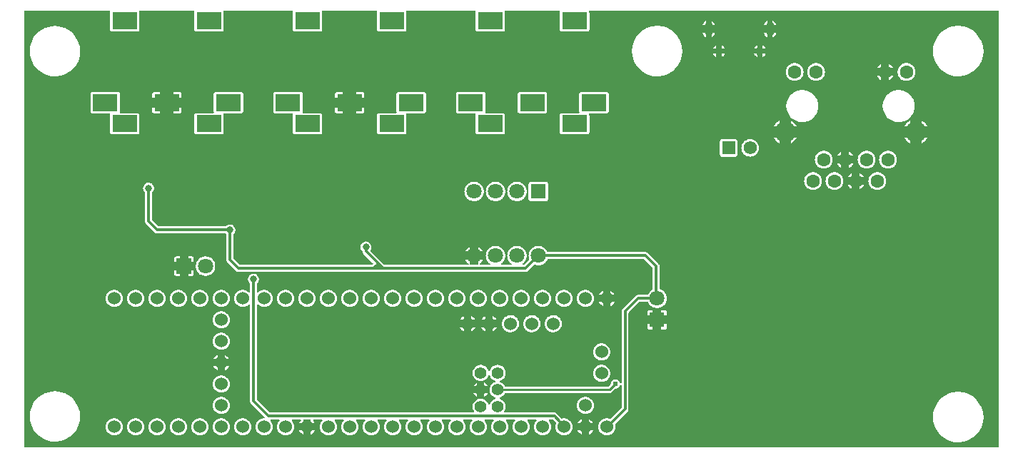
<source format=gbl>
G04 Layer: BottomLayer*
G04 EasyEDA v6.4.19.5, 2021-06-03T13:00:10+02:00*
G04 3a470d2b41ee429cb137c5c572919131,563db0ff5b334ec4995e7372edb549dc,10*
G04 Gerber Generator version 0.2*
G04 Scale: 100 percent, Rotated: No, Reflected: No *
G04 Dimensions in millimeters *
G04 leading zeros omitted , absolute positions ,4 integer and 5 decimal *
%FSLAX45Y45*%
%MOMM*%

%ADD10C,0.2540*%
%ADD11C,0.3050*%
%ADD13C,0.8000*%
%ADD14C,0.6110*%
%ADD22C,1.6000*%
%ADD23C,2.5000*%
%ADD24C,1.5240*%
%ADD25C,1.4000*%
%ADD26C,1.0000*%
%ADD27R,3.0000X2.0000*%
%ADD28R,1.8000X1.8000*%
%ADD29C,1.8000*%
%ADD30R,1.5748X1.5748*%
%ADD31C,1.5748*%

%LPD*%
G36*
X1686814Y8052053D02*
G01*
X1682902Y8052816D01*
X1679651Y8055051D01*
X1677416Y8058302D01*
X1676654Y8062214D01*
X1676654Y13222986D01*
X1677416Y13226897D01*
X1679651Y13230148D01*
X1682902Y13232384D01*
X1686814Y13233146D01*
X2683357Y13233146D01*
X2687116Y13232434D01*
X2690368Y13230351D01*
X2692603Y13227202D01*
X2693517Y13223443D01*
X2692958Y13219633D01*
X2691333Y13215112D01*
X2690622Y13208812D01*
X2690622Y13009981D01*
X2691333Y13003682D01*
X2693263Y12998297D01*
X2696311Y12993420D01*
X2700324Y12989407D01*
X2705201Y12986359D01*
X2710586Y12984429D01*
X2716885Y12983768D01*
X3015742Y12983768D01*
X3021990Y12984429D01*
X3027426Y12986359D01*
X3032252Y12989407D01*
X3036316Y12993420D01*
X3039364Y12998297D01*
X3041243Y13003682D01*
X3041954Y13009981D01*
X3041954Y13208812D01*
X3041243Y13215112D01*
X3039668Y13219633D01*
X3039110Y13223443D01*
X3040024Y13227202D01*
X3042208Y13230351D01*
X3045460Y13232434D01*
X3049270Y13233146D01*
X3683355Y13233146D01*
X3687114Y13232434D01*
X3690365Y13230351D01*
X3692601Y13227202D01*
X3693515Y13223443D01*
X3692956Y13219633D01*
X3691331Y13215112D01*
X3690670Y13208812D01*
X3690670Y13009981D01*
X3691331Y13003682D01*
X3693261Y12998297D01*
X3696309Y12993420D01*
X3700322Y12989407D01*
X3705199Y12986359D01*
X3710584Y12984429D01*
X3716883Y12983768D01*
X4015740Y12983768D01*
X4021988Y12984429D01*
X4027424Y12986359D01*
X4032250Y12989407D01*
X4036314Y12993420D01*
X4039362Y12998297D01*
X4041241Y13003682D01*
X4041952Y13009981D01*
X4041952Y13208812D01*
X4041241Y13215112D01*
X4039666Y13219633D01*
X4039108Y13223443D01*
X4040022Y13227202D01*
X4042206Y13230351D01*
X4045458Y13232434D01*
X4049268Y13233146D01*
X4850841Y13233146D01*
X4854651Y13232434D01*
X4857851Y13230351D01*
X4860086Y13227202D01*
X4861001Y13223443D01*
X4860442Y13219633D01*
X4858867Y13215112D01*
X4858156Y13208812D01*
X4858156Y13009981D01*
X4858867Y13003682D01*
X4860747Y12998297D01*
X4863795Y12993420D01*
X4867859Y12989407D01*
X4872685Y12986359D01*
X4878120Y12984429D01*
X4884369Y12983768D01*
X5183225Y12983768D01*
X5189474Y12984429D01*
X5194909Y12986359D01*
X5199735Y12989407D01*
X5203799Y12993420D01*
X5206847Y12998297D01*
X5208727Y13003682D01*
X5209438Y13009981D01*
X5209438Y13208812D01*
X5208727Y13215112D01*
X5207152Y13219633D01*
X5206593Y13223443D01*
X5207508Y13227202D01*
X5209743Y13230351D01*
X5212943Y13232434D01*
X5216753Y13233146D01*
X5850839Y13233146D01*
X5854649Y13232434D01*
X5857849Y13230351D01*
X5860084Y13227202D01*
X5860999Y13223443D01*
X5860440Y13219633D01*
X5858865Y13215112D01*
X5858154Y13208812D01*
X5858154Y13009981D01*
X5858865Y13003682D01*
X5860745Y12998297D01*
X5863793Y12993420D01*
X5867857Y12989407D01*
X5872683Y12986359D01*
X5878118Y12984429D01*
X5884367Y12983768D01*
X6183223Y12983768D01*
X6189472Y12984429D01*
X6194907Y12986359D01*
X6199733Y12989407D01*
X6203797Y12993420D01*
X6206845Y12998297D01*
X6208725Y13003682D01*
X6209436Y13009981D01*
X6209436Y13208812D01*
X6208725Y13215112D01*
X6207150Y13219633D01*
X6206591Y13223443D01*
X6207506Y13227202D01*
X6209741Y13230351D01*
X6212941Y13232434D01*
X6216751Y13233146D01*
X7018375Y13233146D01*
X7022134Y13232434D01*
X7025386Y13230351D01*
X7027621Y13227202D01*
X7028484Y13223443D01*
X7027925Y13219633D01*
X7026351Y13215112D01*
X7025640Y13208812D01*
X7025640Y13009981D01*
X7026351Y13003682D01*
X7028230Y12998297D01*
X7031278Y12993420D01*
X7035342Y12989407D01*
X7040219Y12986359D01*
X7045604Y12984429D01*
X7051852Y12983768D01*
X7350709Y12983768D01*
X7357008Y12984429D01*
X7362393Y12986359D01*
X7367270Y12989407D01*
X7371283Y12993420D01*
X7374381Y12998297D01*
X7376261Y13003682D01*
X7376972Y13009981D01*
X7376972Y13208812D01*
X7376261Y13215112D01*
X7374686Y13219633D01*
X7374077Y13223443D01*
X7374991Y13227202D01*
X7377226Y13230351D01*
X7380478Y13232434D01*
X7384237Y13233146D01*
X8018373Y13233146D01*
X8022132Y13232434D01*
X8025384Y13230351D01*
X8027619Y13227202D01*
X8028482Y13223443D01*
X8027924Y13219633D01*
X8026349Y13215112D01*
X8025638Y13208812D01*
X8025638Y13009981D01*
X8026349Y13003682D01*
X8028228Y12998297D01*
X8031276Y12993420D01*
X8035340Y12989407D01*
X8040217Y12986359D01*
X8045602Y12984429D01*
X8051850Y12983768D01*
X8350707Y12983768D01*
X8357006Y12984429D01*
X8362391Y12986359D01*
X8367268Y12989407D01*
X8371281Y12993420D01*
X8374380Y12998297D01*
X8376259Y13003682D01*
X8376970Y13009981D01*
X8376970Y13208812D01*
X8376259Y13215112D01*
X8374684Y13219633D01*
X8374075Y13223443D01*
X8374989Y13227202D01*
X8377224Y13230351D01*
X8380475Y13232434D01*
X8384235Y13233146D01*
X13222986Y13233146D01*
X13226846Y13232384D01*
X13230148Y13230148D01*
X13232384Y13226897D01*
X13233146Y13222986D01*
X13233146Y8062214D01*
X13232384Y8058302D01*
X13230148Y8055051D01*
X13226846Y8052816D01*
X13222986Y8052053D01*
G37*

%LPC*%
G36*
X12750241Y8107527D02*
G01*
X12751358Y8107527D01*
X12826238Y8117586D01*
X12871246Y8132673D01*
X12931140Y8167674D01*
X12961112Y8192820D01*
X13001040Y8242808D01*
X13025983Y8287918D01*
X13045846Y8352942D01*
X13050723Y8407857D01*
X13045643Y8462924D01*
X13025983Y8526881D01*
X12991033Y8587028D01*
X12961162Y8622030D01*
X12916103Y8657183D01*
X12871196Y8682177D01*
X12826238Y8697264D01*
X12751460Y8707323D01*
X12750139Y8707323D01*
X12675362Y8697264D01*
X12630404Y8682177D01*
X12585496Y8657183D01*
X12541250Y8622792D01*
X12501067Y8572754D01*
X12475616Y8526932D01*
X12455753Y8461908D01*
X12450876Y8406942D01*
X12455956Y8351926D01*
X12475616Y8287918D01*
X12501168Y8241995D01*
X12540996Y8197189D01*
X12585395Y8157768D01*
X12630353Y8132673D01*
X12695326Y8112607D01*
G37*
G36*
X2039416Y8115096D02*
G01*
X2114550Y8124952D01*
X2159508Y8139836D01*
X2219655Y8174786D01*
X2249627Y8199678D01*
X2289759Y8249716D01*
X2314752Y8294573D01*
X2334818Y8359546D01*
X2339949Y8414562D01*
X2335022Y8469477D01*
X2314702Y8535517D01*
X2279700Y8595360D01*
X2249627Y8630361D01*
X2204669Y8665210D01*
X2159558Y8690203D01*
X2114550Y8705088D01*
X2040686Y8714892D01*
X2039315Y8714892D01*
X1964537Y8704884D01*
X1919579Y8689797D01*
X1874672Y8664752D01*
X1830476Y8630412D01*
X1829612Y8629548D01*
X1789785Y8579662D01*
X1764842Y8534501D01*
X1744980Y8469477D01*
X1740052Y8414562D01*
X1745183Y8359546D01*
X1765249Y8294573D01*
X1789734Y8250529D01*
X1829765Y8205216D01*
X1875485Y8164728D01*
X1920493Y8139887D01*
X1985518Y8119973D01*
G37*
G36*
X3755796Y8191347D02*
G01*
X3769410Y8191804D01*
X3782822Y8194040D01*
X3795776Y8198053D01*
X3808120Y8203793D01*
X3819601Y8211108D01*
X3830015Y8219897D01*
X3839108Y8230006D01*
X3846829Y8241182D01*
X3852926Y8253323D01*
X3857396Y8266175D01*
X3860139Y8279536D01*
X3861054Y8293100D01*
X3860139Y8306663D01*
X3857396Y8320024D01*
X3852926Y8332876D01*
X3846829Y8345017D01*
X3839108Y8356193D01*
X3830015Y8366302D01*
X3819601Y8375091D01*
X3808120Y8382406D01*
X3795776Y8388146D01*
X3782822Y8392160D01*
X3769410Y8394395D01*
X3755796Y8394852D01*
X3742283Y8393531D01*
X3729024Y8390382D01*
X3716324Y8385454D01*
X3704386Y8378952D01*
X3693464Y8370874D01*
X3683660Y8361425D01*
X3675227Y8350707D01*
X3668318Y8339023D01*
X3662984Y8326526D01*
X3659428Y8313369D01*
X3657600Y8299907D01*
X3657600Y8286292D01*
X3659428Y8272830D01*
X3662984Y8259673D01*
X3668318Y8247176D01*
X3675227Y8235492D01*
X3683660Y8224774D01*
X3693464Y8215325D01*
X3704386Y8207248D01*
X3716324Y8200745D01*
X3729024Y8195818D01*
X3742283Y8192668D01*
G37*
G36*
X3247796Y8191347D02*
G01*
X3261410Y8191804D01*
X3274822Y8194040D01*
X3287776Y8198053D01*
X3300120Y8203793D01*
X3311601Y8211108D01*
X3322015Y8219897D01*
X3331108Y8230006D01*
X3338829Y8241182D01*
X3344926Y8253323D01*
X3349396Y8266175D01*
X3352139Y8279536D01*
X3353054Y8293100D01*
X3352139Y8306663D01*
X3349396Y8320024D01*
X3344926Y8332876D01*
X3338829Y8345017D01*
X3331108Y8356193D01*
X3322015Y8366302D01*
X3311601Y8375091D01*
X3300120Y8382406D01*
X3287776Y8388146D01*
X3274822Y8392160D01*
X3261410Y8394395D01*
X3247796Y8394852D01*
X3234283Y8393531D01*
X3221024Y8390382D01*
X3208324Y8385454D01*
X3196386Y8378952D01*
X3185464Y8370874D01*
X3175660Y8361425D01*
X3167227Y8350707D01*
X3160318Y8339023D01*
X3154984Y8326526D01*
X3151428Y8313369D01*
X3149600Y8299907D01*
X3149600Y8286292D01*
X3151428Y8272830D01*
X3154984Y8259673D01*
X3160318Y8247176D01*
X3167227Y8235492D01*
X3175660Y8224774D01*
X3185464Y8215325D01*
X3196386Y8207248D01*
X3208324Y8200745D01*
X3221024Y8195818D01*
X3234283Y8192668D01*
G37*
G36*
X3501796Y8191347D02*
G01*
X3515410Y8191804D01*
X3528822Y8194040D01*
X3541776Y8198053D01*
X3554120Y8203793D01*
X3565601Y8211108D01*
X3576015Y8219897D01*
X3585108Y8230006D01*
X3592829Y8241182D01*
X3598926Y8253323D01*
X3603396Y8266175D01*
X3606139Y8279536D01*
X3607054Y8293100D01*
X3606139Y8306663D01*
X3603396Y8320024D01*
X3598926Y8332876D01*
X3592829Y8345017D01*
X3585108Y8356193D01*
X3576015Y8366302D01*
X3565601Y8375091D01*
X3554120Y8382406D01*
X3541776Y8388146D01*
X3528822Y8392160D01*
X3515410Y8394395D01*
X3501796Y8394852D01*
X3488283Y8393531D01*
X3475024Y8390382D01*
X3462324Y8385454D01*
X3450386Y8378952D01*
X3439464Y8370874D01*
X3429660Y8361425D01*
X3421227Y8350707D01*
X3414318Y8339023D01*
X3408984Y8326526D01*
X3405428Y8313369D01*
X3403600Y8299907D01*
X3403600Y8286292D01*
X3405428Y8272830D01*
X3408984Y8259673D01*
X3414318Y8247176D01*
X3421227Y8235492D01*
X3429660Y8224774D01*
X3439464Y8215325D01*
X3450386Y8207248D01*
X3462324Y8200745D01*
X3475024Y8195818D01*
X3488283Y8192668D01*
G37*
G36*
X2739796Y8191347D02*
G01*
X2753410Y8191804D01*
X2766822Y8194040D01*
X2779776Y8198053D01*
X2792120Y8203793D01*
X2803601Y8211108D01*
X2814015Y8219897D01*
X2823108Y8230006D01*
X2830830Y8241182D01*
X2836926Y8253323D01*
X2841396Y8266175D01*
X2844139Y8279536D01*
X2845054Y8293100D01*
X2844139Y8306663D01*
X2841396Y8320024D01*
X2836926Y8332876D01*
X2830830Y8345017D01*
X2823108Y8356193D01*
X2814015Y8366302D01*
X2803601Y8375091D01*
X2792120Y8382406D01*
X2779776Y8388146D01*
X2766822Y8392160D01*
X2753410Y8394395D01*
X2739796Y8394852D01*
X2726283Y8393531D01*
X2713024Y8390382D01*
X2700324Y8385454D01*
X2688386Y8378952D01*
X2677464Y8370874D01*
X2667660Y8361425D01*
X2659227Y8350707D01*
X2652318Y8339023D01*
X2646984Y8326526D01*
X2643428Y8313369D01*
X2641600Y8299907D01*
X2641600Y8286292D01*
X2643428Y8272830D01*
X2646984Y8259673D01*
X2652318Y8247176D01*
X2659227Y8235492D01*
X2667660Y8224774D01*
X2677464Y8215325D01*
X2688386Y8207248D01*
X2700324Y8200745D01*
X2713024Y8195818D01*
X2726283Y8192668D01*
G37*
G36*
X4009796Y8191347D02*
G01*
X4023410Y8191804D01*
X4036822Y8194040D01*
X4049776Y8198053D01*
X4062120Y8203793D01*
X4073601Y8211108D01*
X4084015Y8219897D01*
X4093108Y8230006D01*
X4100829Y8241182D01*
X4106926Y8253323D01*
X4111396Y8266175D01*
X4114139Y8279536D01*
X4115054Y8293100D01*
X4114139Y8306663D01*
X4111396Y8320024D01*
X4106926Y8332876D01*
X4100829Y8345017D01*
X4093108Y8356193D01*
X4084015Y8366302D01*
X4073601Y8375091D01*
X4062120Y8382406D01*
X4049776Y8388146D01*
X4036822Y8392160D01*
X4023410Y8394395D01*
X4009796Y8394852D01*
X3996283Y8393531D01*
X3983024Y8390382D01*
X3970324Y8385454D01*
X3958386Y8378952D01*
X3947464Y8370874D01*
X3937660Y8361425D01*
X3929227Y8350707D01*
X3922318Y8339023D01*
X3916984Y8326526D01*
X3913428Y8313369D01*
X3911600Y8299907D01*
X3911600Y8286292D01*
X3913428Y8272830D01*
X3916984Y8259673D01*
X3922318Y8247176D01*
X3929227Y8235492D01*
X3937660Y8224774D01*
X3947464Y8215325D01*
X3958386Y8207248D01*
X3970324Y8200745D01*
X3983024Y8195818D01*
X3996283Y8192668D01*
G37*
G36*
X2993796Y8191347D02*
G01*
X3007410Y8191804D01*
X3020822Y8194040D01*
X3033776Y8198053D01*
X3046120Y8203793D01*
X3057601Y8211108D01*
X3068015Y8219897D01*
X3077108Y8230006D01*
X3084830Y8241182D01*
X3090926Y8253323D01*
X3095396Y8266175D01*
X3098139Y8279536D01*
X3099054Y8293100D01*
X3098139Y8306663D01*
X3095396Y8320024D01*
X3090926Y8332876D01*
X3084830Y8345017D01*
X3077108Y8356193D01*
X3068015Y8366302D01*
X3057601Y8375091D01*
X3046120Y8382406D01*
X3033776Y8388146D01*
X3020822Y8392160D01*
X3007410Y8394395D01*
X2993796Y8394852D01*
X2980283Y8393531D01*
X2967024Y8390382D01*
X2954324Y8385454D01*
X2942386Y8378952D01*
X2931464Y8370874D01*
X2921660Y8361425D01*
X2913227Y8350707D01*
X2906318Y8339023D01*
X2900984Y8326526D01*
X2897428Y8313369D01*
X2895600Y8299907D01*
X2895600Y8286292D01*
X2897428Y8272830D01*
X2900984Y8259673D01*
X2906318Y8247176D01*
X2913227Y8235492D01*
X2921660Y8224774D01*
X2931464Y8215325D01*
X2942386Y8207248D01*
X2954324Y8200745D01*
X2967024Y8195818D01*
X2980283Y8192668D01*
G37*
G36*
X4263796Y8191347D02*
G01*
X4277410Y8191804D01*
X4290822Y8194040D01*
X4303776Y8198053D01*
X4316120Y8203793D01*
X4327601Y8211108D01*
X4338015Y8219897D01*
X4347108Y8230006D01*
X4354830Y8241182D01*
X4360926Y8253323D01*
X4365396Y8266175D01*
X4368139Y8279536D01*
X4369054Y8293100D01*
X4368139Y8306663D01*
X4365396Y8320024D01*
X4360926Y8332876D01*
X4354830Y8345017D01*
X4347108Y8356193D01*
X4338015Y8366302D01*
X4327601Y8375091D01*
X4316120Y8382406D01*
X4303776Y8388146D01*
X4290822Y8392160D01*
X4277410Y8394395D01*
X4263796Y8394852D01*
X4250283Y8393531D01*
X4237024Y8390382D01*
X4224324Y8385454D01*
X4212386Y8378952D01*
X4201464Y8370874D01*
X4191660Y8361425D01*
X4183227Y8350707D01*
X4176318Y8339023D01*
X4170984Y8326526D01*
X4167428Y8313369D01*
X4165600Y8299907D01*
X4165600Y8286292D01*
X4167428Y8272830D01*
X4170984Y8259673D01*
X4176318Y8247176D01*
X4183227Y8235492D01*
X4191660Y8224774D01*
X4201464Y8215325D01*
X4212386Y8207248D01*
X4224324Y8200745D01*
X4237024Y8195818D01*
X4250283Y8192668D01*
G37*
G36*
X4517796Y8191347D02*
G01*
X4531410Y8191804D01*
X4544822Y8194040D01*
X4557776Y8198053D01*
X4570120Y8203793D01*
X4581601Y8211108D01*
X4592015Y8219897D01*
X4601108Y8230006D01*
X4608830Y8241182D01*
X4614926Y8253323D01*
X4619396Y8266175D01*
X4622139Y8279536D01*
X4623054Y8293100D01*
X4622139Y8306663D01*
X4619396Y8320024D01*
X4614926Y8332876D01*
X4608830Y8345017D01*
X4601108Y8356193D01*
X4595672Y8362238D01*
X4593691Y8365540D01*
X4593082Y8369350D01*
X4593945Y8373160D01*
X4596130Y8376361D01*
X4599381Y8378444D01*
X4603191Y8379206D01*
X4692954Y8379206D01*
X4696866Y8378393D01*
X4700168Y8376158D01*
X4702352Y8372856D01*
X4703114Y8368944D01*
X4702302Y8365032D01*
X4691227Y8350707D01*
X4684318Y8339023D01*
X4678984Y8326526D01*
X4675428Y8313369D01*
X4673600Y8299907D01*
X4673600Y8286292D01*
X4675428Y8272830D01*
X4678984Y8259673D01*
X4684318Y8247176D01*
X4691227Y8235492D01*
X4699660Y8224774D01*
X4709464Y8215325D01*
X4720386Y8207248D01*
X4732324Y8200745D01*
X4745024Y8195818D01*
X4758283Y8192668D01*
X4771796Y8191347D01*
X4785410Y8191804D01*
X4798822Y8194040D01*
X4811776Y8198053D01*
X4824120Y8203793D01*
X4835601Y8211108D01*
X4846015Y8219897D01*
X4855108Y8230006D01*
X4862830Y8241182D01*
X4868926Y8253323D01*
X4873396Y8266175D01*
X4876139Y8279536D01*
X4877054Y8293100D01*
X4876139Y8306663D01*
X4873396Y8320024D01*
X4868926Y8332876D01*
X4862830Y8345017D01*
X4855108Y8356193D01*
X4849672Y8362238D01*
X4847691Y8365540D01*
X4847082Y8369350D01*
X4847945Y8373160D01*
X4850130Y8376361D01*
X4853381Y8378444D01*
X4857191Y8379206D01*
X4946954Y8379206D01*
X4950866Y8378393D01*
X4954168Y8376158D01*
X4956352Y8372856D01*
X4957114Y8368944D01*
X4956302Y8365032D01*
X4945227Y8350707D01*
X4938318Y8339023D01*
X4937709Y8337550D01*
X4984750Y8337550D01*
X4984750Y8369046D01*
X4985512Y8372906D01*
X4987747Y8376208D01*
X4990998Y8378444D01*
X4994910Y8379206D01*
X5063490Y8379206D01*
X5067401Y8378444D01*
X5070652Y8376208D01*
X5072888Y8372906D01*
X5073650Y8369046D01*
X5073650Y8337550D01*
X5120589Y8337550D01*
X5116830Y8345017D01*
X5109108Y8356193D01*
X5103672Y8362238D01*
X5101691Y8365540D01*
X5101082Y8369350D01*
X5101945Y8373160D01*
X5104130Y8376361D01*
X5107381Y8378444D01*
X5111191Y8379206D01*
X5200954Y8379206D01*
X5204866Y8378393D01*
X5208168Y8376158D01*
X5210352Y8372856D01*
X5211114Y8368944D01*
X5210302Y8365032D01*
X5199227Y8350707D01*
X5192318Y8339023D01*
X5186984Y8326526D01*
X5183428Y8313369D01*
X5181600Y8299907D01*
X5181600Y8286292D01*
X5183428Y8272830D01*
X5186984Y8259673D01*
X5192318Y8247176D01*
X5199227Y8235492D01*
X5207660Y8224774D01*
X5217464Y8215325D01*
X5228386Y8207248D01*
X5240324Y8200745D01*
X5253024Y8195818D01*
X5266283Y8192668D01*
X5279796Y8191347D01*
X5293410Y8191804D01*
X5306822Y8194040D01*
X5319776Y8198053D01*
X5332120Y8203793D01*
X5343601Y8211108D01*
X5354015Y8219897D01*
X5363108Y8230006D01*
X5370830Y8241182D01*
X5376926Y8253323D01*
X5381396Y8266175D01*
X5384139Y8279536D01*
X5385054Y8293100D01*
X5384139Y8306663D01*
X5381396Y8320024D01*
X5376926Y8332876D01*
X5370830Y8345017D01*
X5363108Y8356193D01*
X5357672Y8362238D01*
X5355691Y8365540D01*
X5355082Y8369350D01*
X5355945Y8373160D01*
X5358130Y8376361D01*
X5361381Y8378444D01*
X5365191Y8379206D01*
X5454954Y8379206D01*
X5458866Y8378393D01*
X5462168Y8376158D01*
X5464352Y8372856D01*
X5465114Y8368944D01*
X5464302Y8365032D01*
X5453227Y8350707D01*
X5446318Y8339023D01*
X5440984Y8326526D01*
X5437428Y8313369D01*
X5435600Y8299907D01*
X5435600Y8286292D01*
X5437428Y8272830D01*
X5440984Y8259673D01*
X5446318Y8247176D01*
X5453227Y8235492D01*
X5461660Y8224774D01*
X5471464Y8215325D01*
X5482386Y8207248D01*
X5494324Y8200745D01*
X5507024Y8195818D01*
X5520283Y8192668D01*
X5533796Y8191347D01*
X5547410Y8191804D01*
X5560822Y8194040D01*
X5573776Y8198053D01*
X5586120Y8203793D01*
X5597601Y8211108D01*
X5608015Y8219897D01*
X5617108Y8230006D01*
X5624830Y8241182D01*
X5630926Y8253323D01*
X5635396Y8266175D01*
X5638139Y8279536D01*
X5639054Y8293100D01*
X5638139Y8306663D01*
X5635396Y8320024D01*
X5630926Y8332876D01*
X5624830Y8345017D01*
X5617108Y8356193D01*
X5611672Y8362238D01*
X5609691Y8365540D01*
X5609082Y8369350D01*
X5609945Y8373160D01*
X5612130Y8376361D01*
X5615381Y8378444D01*
X5619191Y8379206D01*
X5708954Y8379206D01*
X5712866Y8378393D01*
X5716168Y8376158D01*
X5718352Y8372856D01*
X5719114Y8368944D01*
X5718302Y8365032D01*
X5707227Y8350707D01*
X5700318Y8339023D01*
X5694984Y8326526D01*
X5691428Y8313369D01*
X5689600Y8299907D01*
X5689600Y8286292D01*
X5691428Y8272830D01*
X5694984Y8259673D01*
X5700318Y8247176D01*
X5707227Y8235492D01*
X5715660Y8224774D01*
X5725464Y8215325D01*
X5736386Y8207248D01*
X5748324Y8200745D01*
X5761024Y8195818D01*
X5774283Y8192668D01*
X5787796Y8191347D01*
X5801410Y8191804D01*
X5814822Y8194040D01*
X5827776Y8198053D01*
X5840120Y8203793D01*
X5851601Y8211108D01*
X5862015Y8219897D01*
X5871108Y8230006D01*
X5878830Y8241182D01*
X5884926Y8253323D01*
X5889396Y8266175D01*
X5892139Y8279536D01*
X5893054Y8293100D01*
X5892139Y8306663D01*
X5889396Y8320024D01*
X5884926Y8332876D01*
X5878830Y8345017D01*
X5871108Y8356193D01*
X5865672Y8362238D01*
X5863691Y8365540D01*
X5863082Y8369350D01*
X5863945Y8373160D01*
X5866130Y8376361D01*
X5869381Y8378444D01*
X5873191Y8379206D01*
X5962954Y8379206D01*
X5966866Y8378393D01*
X5970168Y8376158D01*
X5972352Y8372856D01*
X5973114Y8368944D01*
X5972302Y8365032D01*
X5961227Y8350707D01*
X5954318Y8339023D01*
X5948984Y8326526D01*
X5945428Y8313369D01*
X5943600Y8299907D01*
X5943600Y8286292D01*
X5945428Y8272830D01*
X5948984Y8259673D01*
X5954318Y8247176D01*
X5961227Y8235492D01*
X5969660Y8224774D01*
X5979464Y8215325D01*
X5990386Y8207248D01*
X6002324Y8200745D01*
X6015024Y8195818D01*
X6028283Y8192668D01*
X6041796Y8191347D01*
X6055410Y8191804D01*
X6068822Y8194040D01*
X6081776Y8198053D01*
X6094120Y8203793D01*
X6105601Y8211108D01*
X6116015Y8219897D01*
X6125108Y8230006D01*
X6132830Y8241182D01*
X6138926Y8253323D01*
X6143396Y8266175D01*
X6146139Y8279536D01*
X6147054Y8293100D01*
X6146139Y8306663D01*
X6143396Y8320024D01*
X6138926Y8332876D01*
X6132830Y8345017D01*
X6125108Y8356193D01*
X6119672Y8362238D01*
X6117691Y8365540D01*
X6117082Y8369350D01*
X6117945Y8373160D01*
X6120130Y8376361D01*
X6123381Y8378444D01*
X6127191Y8379206D01*
X6216954Y8379206D01*
X6220866Y8378393D01*
X6224168Y8376158D01*
X6226352Y8372856D01*
X6227114Y8368944D01*
X6226302Y8365032D01*
X6215227Y8350707D01*
X6208318Y8339023D01*
X6202984Y8326526D01*
X6199428Y8313369D01*
X6197600Y8299907D01*
X6197600Y8286292D01*
X6199428Y8272830D01*
X6202984Y8259673D01*
X6208318Y8247176D01*
X6215227Y8235492D01*
X6223660Y8224774D01*
X6233464Y8215325D01*
X6244386Y8207248D01*
X6256324Y8200745D01*
X6269024Y8195818D01*
X6282283Y8192668D01*
X6295796Y8191347D01*
X6309410Y8191804D01*
X6322822Y8194040D01*
X6335776Y8198053D01*
X6348120Y8203793D01*
X6359601Y8211108D01*
X6370015Y8219897D01*
X6379108Y8230006D01*
X6386830Y8241182D01*
X6392926Y8253323D01*
X6397396Y8266175D01*
X6400139Y8279536D01*
X6401054Y8293100D01*
X6400139Y8306663D01*
X6397396Y8320024D01*
X6392926Y8332876D01*
X6386830Y8345017D01*
X6379108Y8356193D01*
X6373672Y8362238D01*
X6371691Y8365540D01*
X6371082Y8369350D01*
X6371945Y8373160D01*
X6374130Y8376361D01*
X6377381Y8378444D01*
X6381191Y8379206D01*
X6470954Y8379206D01*
X6474866Y8378393D01*
X6478168Y8376158D01*
X6480352Y8372856D01*
X6481114Y8368944D01*
X6480302Y8365032D01*
X6469227Y8350707D01*
X6462318Y8339023D01*
X6456984Y8326526D01*
X6453428Y8313369D01*
X6451600Y8299907D01*
X6451600Y8286292D01*
X6453428Y8272830D01*
X6456984Y8259673D01*
X6462318Y8247176D01*
X6469227Y8235492D01*
X6477660Y8224774D01*
X6487464Y8215325D01*
X6498386Y8207248D01*
X6510324Y8200745D01*
X6523024Y8195818D01*
X6536283Y8192668D01*
X6549796Y8191347D01*
X6563410Y8191804D01*
X6576822Y8194040D01*
X6589775Y8198053D01*
X6602120Y8203793D01*
X6613601Y8211108D01*
X6624015Y8219897D01*
X6633108Y8230006D01*
X6640830Y8241182D01*
X6646925Y8253323D01*
X6651396Y8266175D01*
X6654139Y8279536D01*
X6655053Y8293100D01*
X6654139Y8306663D01*
X6651396Y8320024D01*
X6646925Y8332876D01*
X6640830Y8345017D01*
X6633108Y8356193D01*
X6627672Y8362238D01*
X6625691Y8365540D01*
X6625081Y8369350D01*
X6625945Y8373160D01*
X6628130Y8376361D01*
X6631381Y8378444D01*
X6635191Y8379206D01*
X6724954Y8379206D01*
X6728866Y8378393D01*
X6732168Y8376158D01*
X6734352Y8372856D01*
X6735114Y8368944D01*
X6734302Y8365032D01*
X6723227Y8350707D01*
X6716318Y8339023D01*
X6710984Y8326526D01*
X6707428Y8313369D01*
X6705600Y8299907D01*
X6705600Y8286292D01*
X6707428Y8272830D01*
X6710984Y8259673D01*
X6716318Y8247176D01*
X6723227Y8235492D01*
X6731660Y8224774D01*
X6741464Y8215325D01*
X6752386Y8207248D01*
X6764324Y8200745D01*
X6777024Y8195818D01*
X6790283Y8192668D01*
X6803796Y8191347D01*
X6817410Y8191804D01*
X6830822Y8194040D01*
X6843775Y8198053D01*
X6856120Y8203793D01*
X6867601Y8211108D01*
X6878015Y8219897D01*
X6887108Y8230006D01*
X6894830Y8241182D01*
X6900925Y8253323D01*
X6905396Y8266175D01*
X6908139Y8279536D01*
X6909053Y8293100D01*
X6908139Y8306663D01*
X6905396Y8320024D01*
X6900925Y8332876D01*
X6894830Y8345017D01*
X6887108Y8356193D01*
X6881672Y8362238D01*
X6879691Y8365540D01*
X6879081Y8369350D01*
X6879945Y8373160D01*
X6882130Y8376361D01*
X6885381Y8378444D01*
X6889191Y8379206D01*
X6978954Y8379206D01*
X6982866Y8378393D01*
X6986168Y8376158D01*
X6988352Y8372856D01*
X6989114Y8368944D01*
X6988302Y8365032D01*
X6977227Y8350707D01*
X6970318Y8339023D01*
X6964984Y8326526D01*
X6961428Y8313369D01*
X6959600Y8299907D01*
X6959600Y8286292D01*
X6961428Y8272830D01*
X6964984Y8259673D01*
X6970318Y8247176D01*
X6977227Y8235492D01*
X6985660Y8224774D01*
X6995464Y8215325D01*
X7006386Y8207248D01*
X7018324Y8200745D01*
X7031024Y8195818D01*
X7044283Y8192668D01*
X7057796Y8191347D01*
X7071410Y8191804D01*
X7084822Y8194040D01*
X7097775Y8198053D01*
X7110120Y8203793D01*
X7121601Y8211108D01*
X7132015Y8219897D01*
X7141108Y8230006D01*
X7148830Y8241182D01*
X7154925Y8253323D01*
X7159396Y8266175D01*
X7162139Y8279536D01*
X7163053Y8293100D01*
X7162139Y8306663D01*
X7159396Y8320024D01*
X7154925Y8332876D01*
X7148830Y8345017D01*
X7141108Y8356193D01*
X7135672Y8362238D01*
X7133691Y8365540D01*
X7133081Y8369350D01*
X7133945Y8373160D01*
X7136130Y8376361D01*
X7139381Y8378444D01*
X7143191Y8379206D01*
X7232954Y8379206D01*
X7236866Y8378393D01*
X7240168Y8376158D01*
X7242352Y8372856D01*
X7243114Y8368944D01*
X7242302Y8365032D01*
X7231227Y8350707D01*
X7224318Y8339023D01*
X7218984Y8326526D01*
X7215428Y8313369D01*
X7213600Y8299907D01*
X7213600Y8286292D01*
X7215428Y8272830D01*
X7218984Y8259673D01*
X7224318Y8247176D01*
X7231227Y8235492D01*
X7239660Y8224774D01*
X7249464Y8215325D01*
X7260386Y8207248D01*
X7272324Y8200745D01*
X7285024Y8195818D01*
X7298283Y8192668D01*
X7311796Y8191347D01*
X7325410Y8191804D01*
X7338822Y8194040D01*
X7351775Y8198053D01*
X7364120Y8203793D01*
X7375601Y8211108D01*
X7386015Y8219897D01*
X7395108Y8230006D01*
X7402830Y8241182D01*
X7408925Y8253323D01*
X7413396Y8266175D01*
X7416139Y8279536D01*
X7417053Y8293100D01*
X7416139Y8306663D01*
X7413396Y8320024D01*
X7408925Y8332876D01*
X7402830Y8345017D01*
X7395108Y8356193D01*
X7389672Y8362238D01*
X7387691Y8365540D01*
X7387081Y8369350D01*
X7387945Y8373160D01*
X7390130Y8376361D01*
X7393381Y8378444D01*
X7397191Y8379206D01*
X7486954Y8379206D01*
X7490866Y8378393D01*
X7494168Y8376158D01*
X7496352Y8372856D01*
X7497114Y8368944D01*
X7496302Y8365032D01*
X7485227Y8350707D01*
X7478318Y8339023D01*
X7472984Y8326526D01*
X7469428Y8313369D01*
X7467600Y8299907D01*
X7467600Y8286292D01*
X7469428Y8272830D01*
X7472984Y8259673D01*
X7478318Y8247176D01*
X7485227Y8235492D01*
X7493660Y8224774D01*
X7503464Y8215325D01*
X7514386Y8207248D01*
X7526324Y8200745D01*
X7539024Y8195818D01*
X7552283Y8192668D01*
X7565796Y8191347D01*
X7579410Y8191804D01*
X7592822Y8194040D01*
X7605775Y8198053D01*
X7618120Y8203793D01*
X7629601Y8211108D01*
X7640015Y8219897D01*
X7649108Y8230006D01*
X7656830Y8241182D01*
X7662925Y8253323D01*
X7667396Y8266175D01*
X7670139Y8279536D01*
X7671053Y8293100D01*
X7670139Y8306663D01*
X7667396Y8320024D01*
X7662925Y8332876D01*
X7656830Y8345017D01*
X7649108Y8356193D01*
X7643672Y8362238D01*
X7641691Y8365540D01*
X7641081Y8369350D01*
X7641945Y8373160D01*
X7644130Y8376361D01*
X7647381Y8378444D01*
X7651191Y8379206D01*
X7740954Y8379206D01*
X7744866Y8378393D01*
X7748168Y8376158D01*
X7750352Y8372856D01*
X7751114Y8368944D01*
X7750302Y8365032D01*
X7739227Y8350707D01*
X7732318Y8339023D01*
X7726984Y8326526D01*
X7723428Y8313369D01*
X7721600Y8299907D01*
X7721600Y8286292D01*
X7723428Y8272830D01*
X7726984Y8259673D01*
X7732318Y8247176D01*
X7739227Y8235492D01*
X7747660Y8224774D01*
X7757464Y8215325D01*
X7768386Y8207248D01*
X7780324Y8200745D01*
X7793024Y8195818D01*
X7806283Y8192668D01*
X7819796Y8191347D01*
X7833410Y8191804D01*
X7846822Y8194040D01*
X7859775Y8198053D01*
X7872120Y8203793D01*
X7883601Y8211108D01*
X7894015Y8219897D01*
X7903108Y8230006D01*
X7910830Y8241182D01*
X7916925Y8253323D01*
X7921396Y8266175D01*
X7924139Y8279536D01*
X7925053Y8293100D01*
X7924139Y8306663D01*
X7921396Y8320024D01*
X7916925Y8332876D01*
X7910830Y8345017D01*
X7903108Y8356193D01*
X7897672Y8362238D01*
X7895691Y8365540D01*
X7895081Y8369350D01*
X7895945Y8373160D01*
X7898130Y8376361D01*
X7901381Y8378444D01*
X7905191Y8379206D01*
X7940497Y8379206D01*
X7944561Y8378342D01*
X7947964Y8375903D01*
X7980476Y8340598D01*
X7982508Y8337296D01*
X7983169Y8333486D01*
X7982356Y8329726D01*
X7980984Y8326526D01*
X7977428Y8313369D01*
X7975600Y8299907D01*
X7975600Y8286292D01*
X7977428Y8272830D01*
X7980984Y8259673D01*
X7986318Y8247176D01*
X7993227Y8235492D01*
X8001660Y8224774D01*
X8011464Y8215325D01*
X8022386Y8207248D01*
X8034324Y8200745D01*
X8047024Y8195818D01*
X8060283Y8192668D01*
X8073796Y8191347D01*
X8087410Y8191804D01*
X8100822Y8194040D01*
X8113775Y8198053D01*
X8126120Y8203793D01*
X8137601Y8211108D01*
X8148015Y8219897D01*
X8157108Y8230006D01*
X8164830Y8241182D01*
X8170925Y8253323D01*
X8175396Y8266175D01*
X8178139Y8279536D01*
X8179053Y8293100D01*
X8178139Y8306663D01*
X8175396Y8320024D01*
X8170925Y8332876D01*
X8164830Y8345017D01*
X8157108Y8356193D01*
X8148015Y8366302D01*
X8137601Y8375091D01*
X8126120Y8382406D01*
X8113775Y8388146D01*
X8100822Y8392160D01*
X8087410Y8394395D01*
X8073796Y8394852D01*
X8060283Y8393531D01*
X8051850Y8391499D01*
X8048294Y8391296D01*
X8044891Y8392363D01*
X8042046Y8394496D01*
X7992109Y8448751D01*
X7985607Y8454085D01*
X7978546Y8457844D01*
X7970875Y8460181D01*
X7962392Y8460994D01*
X7373721Y8460994D01*
X7369403Y8461959D01*
X7365898Y8464651D01*
X7363866Y8468563D01*
X7363714Y8472982D01*
X7365390Y8477046D01*
X7369911Y8483396D01*
X7375906Y8494979D01*
X7380274Y8507323D01*
X7382916Y8520074D01*
X7383830Y8533079D01*
X7382916Y8546134D01*
X7380274Y8558885D01*
X7375906Y8571179D01*
X7369911Y8582812D01*
X7362393Y8593429D01*
X7353452Y8602980D01*
X7343343Y8611209D01*
X7332218Y8618016D01*
X7319568Y8623503D01*
X7316368Y8625687D01*
X7314234Y8628989D01*
X7313472Y8633409D01*
X7314234Y8637219D01*
X7316368Y8640521D01*
X7319568Y8642705D01*
X7332218Y8648192D01*
X7343343Y8654948D01*
X7353452Y8663228D01*
X7362393Y8672728D01*
X7369911Y8683396D01*
X7372959Y8689289D01*
X7375194Y8692184D01*
X7378344Y8694064D01*
X7381951Y8694724D01*
X8618321Y8694724D01*
X8626297Y8695537D01*
X8633460Y8697722D01*
X8640064Y8701278D01*
X8646261Y8706358D01*
X8682075Y8742121D01*
X8684971Y8744153D01*
X8688374Y8745067D01*
X8696553Y8745778D01*
X8706002Y8748318D01*
X8714892Y8752433D01*
X8722918Y8758072D01*
X8729827Y8764981D01*
X8735466Y8773007D01*
X8739581Y8781897D01*
X8740241Y8784285D01*
X8742070Y8787993D01*
X8745270Y8790635D01*
X8749284Y8791803D01*
X8753398Y8791244D01*
X8756954Y8789111D01*
X8759342Y8785707D01*
X8760206Y8781643D01*
X8760206Y8525306D01*
X8759444Y8521395D01*
X8757208Y8518144D01*
X8630259Y8391194D01*
X8627262Y8389112D01*
X8623706Y8388197D01*
X8620099Y8388654D01*
X8608822Y8392160D01*
X8595410Y8394395D01*
X8581796Y8394852D01*
X8568283Y8393531D01*
X8555024Y8390382D01*
X8542324Y8385454D01*
X8530386Y8378952D01*
X8519464Y8370874D01*
X8509660Y8361425D01*
X8501227Y8350707D01*
X8494318Y8339023D01*
X8488984Y8326526D01*
X8485428Y8313369D01*
X8483600Y8299907D01*
X8483600Y8286292D01*
X8485428Y8272830D01*
X8488984Y8259673D01*
X8494318Y8247176D01*
X8501227Y8235492D01*
X8509660Y8224774D01*
X8519464Y8215325D01*
X8530386Y8207248D01*
X8542324Y8200745D01*
X8555024Y8195818D01*
X8568283Y8192668D01*
X8581796Y8191347D01*
X8595410Y8191804D01*
X8608822Y8194040D01*
X8621776Y8198053D01*
X8634120Y8203793D01*
X8645601Y8211108D01*
X8656015Y8219897D01*
X8665108Y8230006D01*
X8672830Y8241182D01*
X8678926Y8253323D01*
X8683396Y8266175D01*
X8686139Y8279536D01*
X8687054Y8293100D01*
X8686139Y8306663D01*
X8683294Y8320379D01*
X8682736Y8324138D01*
X8683548Y8327796D01*
X8685682Y8330895D01*
X8829649Y8474862D01*
X8835085Y8481466D01*
X8838844Y8488527D01*
X8841181Y8496198D01*
X8841994Y8504631D01*
X8841994Y9643567D01*
X8842756Y9647428D01*
X8844991Y9650730D01*
X8967470Y9773208D01*
X8970772Y9775444D01*
X8974632Y9776206D01*
X9065107Y9776206D01*
X9069070Y9775393D01*
X9072372Y9773158D01*
X9074556Y9769754D01*
X9075369Y9767773D01*
X9082379Y9755022D01*
X9090914Y9743287D01*
X9100820Y9732721D01*
X9112046Y9723475D01*
X9124289Y9715652D01*
X9137446Y9709505D01*
X9151264Y9704984D01*
X9165488Y9702292D01*
X9180017Y9701377D01*
X9194495Y9702292D01*
X9208770Y9704984D01*
X9222587Y9709505D01*
X9235694Y9715652D01*
X9247987Y9723475D01*
X9259163Y9732721D01*
X9269120Y9743287D01*
X9277654Y9755022D01*
X9284614Y9767773D01*
X9289948Y9781286D01*
X9293606Y9795357D01*
X9295384Y9809734D01*
X9295384Y9824262D01*
X9293606Y9838690D01*
X9289948Y9852710D01*
X9284614Y9866223D01*
X9277654Y9878974D01*
X9269120Y9890709D01*
X9259163Y9901275D01*
X9247987Y9910572D01*
X9235694Y9918344D01*
X9222587Y9924491D01*
X9217304Y9926218D01*
X9213646Y9928352D01*
X9211157Y9931755D01*
X9210294Y9935870D01*
X9210294Y10197592D01*
X9209481Y10206075D01*
X9207144Y10213746D01*
X9203385Y10220807D01*
X9197949Y10227360D01*
X9071660Y10353649D01*
X9065107Y10359085D01*
X9058046Y10362844D01*
X9050375Y10365181D01*
X9041892Y10365994D01*
X7887157Y10365994D01*
X7883398Y10366705D01*
X7880197Y10368737D01*
X7877962Y10371836D01*
X7873746Y10380827D01*
X7865973Y10393070D01*
X7856677Y10404246D01*
X7846110Y10414203D01*
X7834375Y10422737D01*
X7821625Y10429748D01*
X7808112Y10435082D01*
X7794091Y10438688D01*
X7779664Y10440517D01*
X7765135Y10440517D01*
X7750759Y10438688D01*
X7736687Y10435082D01*
X7723174Y10429748D01*
X7710424Y10422737D01*
X7698689Y10414203D01*
X7688122Y10404246D01*
X7678877Y10393070D01*
X7671053Y10380827D01*
X7664907Y10367670D01*
X7660386Y10353852D01*
X7657693Y10339578D01*
X7656779Y10325100D01*
X7657693Y10310622D01*
X7660386Y10296347D01*
X7664703Y10283088D01*
X7665212Y10279430D01*
X7664348Y10275824D01*
X7662214Y10272776D01*
X7606030Y10216591D01*
X7602728Y10214356D01*
X7598867Y10213594D01*
X7592568Y10213594D01*
X7588402Y10214457D01*
X7584998Y10216946D01*
X7582865Y10220604D01*
X7582458Y10224820D01*
X7583728Y10228834D01*
X7586573Y10231983D01*
X7592110Y10235996D01*
X7602677Y10245953D01*
X7611973Y10257129D01*
X7619746Y10269423D01*
X7625892Y10282529D01*
X7630414Y10296347D01*
X7633106Y10310622D01*
X7634020Y10325100D01*
X7633106Y10339578D01*
X7630414Y10353852D01*
X7625892Y10367670D01*
X7619746Y10380827D01*
X7611973Y10393070D01*
X7602677Y10404246D01*
X7592110Y10414203D01*
X7580375Y10422737D01*
X7567625Y10429748D01*
X7554112Y10435082D01*
X7540091Y10438688D01*
X7525664Y10440517D01*
X7511135Y10440517D01*
X7496759Y10438688D01*
X7482687Y10435082D01*
X7469174Y10429748D01*
X7456424Y10422737D01*
X7444689Y10414203D01*
X7434122Y10404246D01*
X7424877Y10393070D01*
X7417053Y10380827D01*
X7410907Y10367670D01*
X7406386Y10353852D01*
X7403693Y10339578D01*
X7402779Y10325100D01*
X7403693Y10310622D01*
X7406386Y10296347D01*
X7410907Y10282529D01*
X7417053Y10269423D01*
X7424877Y10257129D01*
X7434122Y10245953D01*
X7444689Y10235996D01*
X7450226Y10231983D01*
X7453071Y10228834D01*
X7454341Y10224820D01*
X7453934Y10220604D01*
X7451801Y10216946D01*
X7448397Y10214457D01*
X7444282Y10213594D01*
X7338568Y10213594D01*
X7334402Y10214457D01*
X7330998Y10216946D01*
X7328865Y10220604D01*
X7328458Y10224820D01*
X7329728Y10228834D01*
X7332573Y10231983D01*
X7338110Y10235996D01*
X7348677Y10245953D01*
X7357973Y10257129D01*
X7365746Y10269423D01*
X7371892Y10282529D01*
X7376414Y10296347D01*
X7379106Y10310622D01*
X7380020Y10325100D01*
X7379106Y10339578D01*
X7376414Y10353852D01*
X7371892Y10367670D01*
X7365746Y10380827D01*
X7357973Y10393070D01*
X7348677Y10404246D01*
X7338110Y10414203D01*
X7326375Y10422737D01*
X7313625Y10429748D01*
X7300112Y10435082D01*
X7286091Y10438688D01*
X7271664Y10440517D01*
X7257135Y10440517D01*
X7242759Y10438688D01*
X7228687Y10435082D01*
X7215174Y10429748D01*
X7202424Y10422737D01*
X7190689Y10414203D01*
X7180122Y10404246D01*
X7170877Y10393070D01*
X7163053Y10380827D01*
X7156907Y10367670D01*
X7152386Y10353852D01*
X7149693Y10339578D01*
X7148779Y10325100D01*
X7149693Y10310622D01*
X7152386Y10296347D01*
X7156907Y10282529D01*
X7163053Y10269423D01*
X7170877Y10257129D01*
X7180122Y10245953D01*
X7190689Y10235996D01*
X7196226Y10231983D01*
X7199071Y10228834D01*
X7200341Y10224820D01*
X7199934Y10220604D01*
X7197801Y10216946D01*
X7194397Y10214457D01*
X7190282Y10213594D01*
X7084568Y10213594D01*
X7080402Y10214457D01*
X7076998Y10216946D01*
X7074865Y10220604D01*
X7074458Y10224820D01*
X7075728Y10228834D01*
X7078573Y10231983D01*
X7084110Y10235996D01*
X7094677Y10245953D01*
X7103973Y10257129D01*
X7111746Y10269423D01*
X7113778Y10273741D01*
X7061758Y10273741D01*
X7061758Y10223754D01*
X7060996Y10219893D01*
X7058761Y10216591D01*
X7055459Y10214356D01*
X7051598Y10213594D01*
X6969201Y10213594D01*
X6965340Y10214356D01*
X6962038Y10216591D01*
X6959803Y10219893D01*
X6959041Y10223754D01*
X6959041Y10273741D01*
X6907022Y10273741D01*
X6909053Y10269423D01*
X6916877Y10257129D01*
X6926122Y10245953D01*
X6936689Y10235996D01*
X6942226Y10231983D01*
X6945071Y10228834D01*
X6946341Y10224820D01*
X6945934Y10220604D01*
X6943801Y10216946D01*
X6940397Y10214457D01*
X6936282Y10213594D01*
X5952032Y10213594D01*
X5948172Y10214356D01*
X5944870Y10216591D01*
X5783580Y10377881D01*
X5781598Y10380624D01*
X5780684Y10383926D01*
X5780887Y10387330D01*
X5782157Y10390479D01*
X5785815Y10396220D01*
X5789930Y10405922D01*
X5792470Y10416184D01*
X5793333Y10426700D01*
X5792470Y10437215D01*
X5789930Y10447477D01*
X5785815Y10457180D01*
X5780176Y10466120D01*
X5773166Y10474045D01*
X5764987Y10480700D01*
X5755843Y10485983D01*
X5745937Y10489742D01*
X5735624Y10491825D01*
X5725058Y10492282D01*
X5714593Y10491012D01*
X5704433Y10488066D01*
X5694883Y10483545D01*
X5686196Y10477550D01*
X5678576Y10470235D01*
X5672226Y10461752D01*
X5667349Y10452404D01*
X5663996Y10442397D01*
X5662269Y10431983D01*
X5662269Y10421416D01*
X5663996Y10411002D01*
X5667349Y10400995D01*
X5672226Y10391648D01*
X5678576Y10383164D01*
X5684215Y10377779D01*
X5686298Y10374884D01*
X5687263Y10371429D01*
X5687618Y10367924D01*
X5689955Y10360253D01*
X5693714Y10353192D01*
X5699150Y10346639D01*
X5808726Y10237012D01*
X5810910Y10233761D01*
X5811672Y10229850D01*
X5810910Y10225938D01*
X5808726Y10222687D01*
X5802630Y10216591D01*
X5799328Y10214356D01*
X5795467Y10213594D01*
X4237532Y10213594D01*
X4233672Y10214356D01*
X4230370Y10216591D01*
X4158691Y10288270D01*
X4156456Y10291572D01*
X4155694Y10295432D01*
X4155694Y10574020D01*
X4156710Y10578388D01*
X4167276Y10590479D01*
X4172915Y10599420D01*
X4177029Y10609122D01*
X4179570Y10619384D01*
X4180433Y10629900D01*
X4179570Y10640415D01*
X4177029Y10650677D01*
X4172915Y10660380D01*
X4167276Y10669320D01*
X4160265Y10677245D01*
X4152087Y10683900D01*
X4142943Y10689183D01*
X4133037Y10692942D01*
X4122724Y10695025D01*
X4112158Y10695482D01*
X4101693Y10694212D01*
X4091533Y10691266D01*
X4081983Y10686745D01*
X4073296Y10680750D01*
X4065930Y10673638D01*
X4062679Y10671556D01*
X4058869Y10670794D01*
X3272332Y10670794D01*
X3268472Y10671556D01*
X3265170Y10673791D01*
X3193491Y10745470D01*
X3191256Y10748772D01*
X3190494Y10752632D01*
X3190494Y11069320D01*
X3191510Y11073688D01*
X3202076Y11085779D01*
X3207715Y11094720D01*
X3211830Y11104422D01*
X3214370Y11114684D01*
X3215233Y11125200D01*
X3214370Y11135715D01*
X3211830Y11145977D01*
X3207715Y11155680D01*
X3202076Y11164620D01*
X3195066Y11172545D01*
X3186887Y11179200D01*
X3177743Y11184483D01*
X3167837Y11188242D01*
X3157524Y11190325D01*
X3146958Y11190782D01*
X3136493Y11189512D01*
X3126333Y11186566D01*
X3116783Y11182045D01*
X3108096Y11176050D01*
X3100476Y11168735D01*
X3094126Y11160252D01*
X3089249Y11150904D01*
X3085896Y11140897D01*
X3084169Y11130483D01*
X3084169Y11119916D01*
X3085896Y11109502D01*
X3089249Y11099495D01*
X3094126Y11090148D01*
X3100476Y11081664D01*
X3105556Y11076787D01*
X3107893Y11073434D01*
X3108706Y11069472D01*
X3108706Y10732008D01*
X3109518Y10723524D01*
X3111855Y10715853D01*
X3115614Y10708792D01*
X3121050Y10702239D01*
X3221939Y10601350D01*
X3228492Y10595914D01*
X3235553Y10592155D01*
X3243224Y10589818D01*
X3251708Y10589006D01*
X4058869Y10589006D01*
X4062679Y10588244D01*
X4065930Y10586161D01*
X4070756Y10581487D01*
X4073093Y10578134D01*
X4073906Y10574172D01*
X4073906Y10274808D01*
X4074718Y10266324D01*
X4077055Y10258653D01*
X4080814Y10251592D01*
X4086250Y10245039D01*
X4187139Y10144150D01*
X4193692Y10138714D01*
X4200753Y10134955D01*
X4208424Y10132618D01*
X4216908Y10131806D01*
X7619492Y10131806D01*
X7627975Y10132618D01*
X7635646Y10134955D01*
X7642707Y10138714D01*
X7649260Y10144150D01*
X7720228Y10215067D01*
X7723479Y10217251D01*
X7727289Y10218013D01*
X7731150Y10217302D01*
X7736687Y10215118D01*
X7750759Y10211511D01*
X7765135Y10209682D01*
X7779664Y10209682D01*
X7794091Y10211511D01*
X7808112Y10215118D01*
X7821625Y10220452D01*
X7834375Y10227462D01*
X7846110Y10235996D01*
X7856677Y10245953D01*
X7865973Y10257129D01*
X7873746Y10269423D01*
X7877962Y10278364D01*
X7880197Y10281462D01*
X7883398Y10283494D01*
X7887157Y10284206D01*
X9021267Y10284206D01*
X9025128Y10283444D01*
X9028430Y10281208D01*
X9125508Y10184130D01*
X9127744Y10180828D01*
X9128506Y10176967D01*
X9128506Y9926574D01*
X9127947Y9923221D01*
X9126321Y9920274D01*
X9123781Y9917988D01*
X9112046Y9910572D01*
X9100820Y9901275D01*
X9090914Y9890709D01*
X9082379Y9878974D01*
X9075369Y9866223D01*
X9074658Y9864445D01*
X9072473Y9861042D01*
X9069120Y9858806D01*
X9065209Y9857994D01*
X8954008Y9857994D01*
X8945524Y9857181D01*
X8937853Y9854844D01*
X8930792Y9851085D01*
X8924239Y9845649D01*
X8772550Y9693960D01*
X8767114Y9687407D01*
X8763355Y9680346D01*
X8761018Y9672675D01*
X8760206Y9664192D01*
X8760206Y8820556D01*
X8759342Y8816492D01*
X8756954Y8813088D01*
X8753398Y8810955D01*
X8749284Y8810396D01*
X8745270Y8811564D01*
X8742070Y8814206D01*
X8740241Y8817914D01*
X8739581Y8820302D01*
X8735466Y8829192D01*
X8729827Y8837218D01*
X8722918Y8844127D01*
X8714892Y8849766D01*
X8706002Y8853881D01*
X8696553Y8856421D01*
X8686800Y8857284D01*
X8677046Y8856421D01*
X8667597Y8853881D01*
X8658707Y8849766D01*
X8650681Y8844127D01*
X8643772Y8837218D01*
X8638133Y8829192D01*
X8634018Y8820302D01*
X8631478Y8810853D01*
X8630767Y8802674D01*
X8629853Y8799271D01*
X8627821Y8796375D01*
X8605875Y8774430D01*
X8602573Y8772245D01*
X8598712Y8771432D01*
X7381951Y8771432D01*
X7378344Y8772144D01*
X7375194Y8774023D01*
X7372959Y8776919D01*
X7369911Y8782812D01*
X7362393Y8793429D01*
X7353452Y8802979D01*
X7343343Y8811209D01*
X7332218Y8818016D01*
X7319568Y8823502D01*
X7316368Y8825687D01*
X7314234Y8828989D01*
X7313472Y8833408D01*
X7314234Y8837218D01*
X7316368Y8840520D01*
X7319568Y8842705D01*
X7332218Y8848191D01*
X7343343Y8854998D01*
X7353452Y8863228D01*
X7362393Y8872728D01*
X7369911Y8883396D01*
X7375906Y8894978D01*
X7380274Y8907322D01*
X7382916Y8920073D01*
X7383830Y8933078D01*
X7382916Y8946134D01*
X7380274Y8958884D01*
X7375906Y8971178D01*
X7369911Y8982811D01*
X7362393Y8993428D01*
X7353452Y9002979D01*
X7343343Y9011208D01*
X7332218Y9018016D01*
X7320229Y9023197D01*
X7307681Y9026753D01*
X7294727Y9028531D01*
X7281672Y9028531D01*
X7268768Y9026753D01*
X7256170Y9023197D01*
X7244181Y9018016D01*
X7233056Y9011208D01*
X7222947Y9002979D01*
X7214006Y8993428D01*
X7206488Y8982811D01*
X7200493Y8971178D01*
X7197750Y8963558D01*
X7195616Y8960053D01*
X7192264Y8957665D01*
X7188200Y8956802D01*
X7184136Y8957665D01*
X7180783Y8960053D01*
X7178649Y8963558D01*
X7175906Y8971178D01*
X7169912Y8982811D01*
X7162393Y8993428D01*
X7153452Y9002979D01*
X7143343Y9011208D01*
X7132218Y9018016D01*
X7120229Y9023197D01*
X7107681Y9026753D01*
X7094728Y9028531D01*
X7081672Y9028531D01*
X7068769Y9026753D01*
X7056170Y9023197D01*
X7044181Y9018016D01*
X7033056Y9011208D01*
X7022947Y9002979D01*
X7014006Y8993428D01*
X7006488Y8982811D01*
X7000494Y8971178D01*
X6996125Y8958884D01*
X6993483Y8946134D01*
X6992569Y8933078D01*
X6993483Y8920073D01*
X6996125Y8907322D01*
X7000494Y8894978D01*
X7006488Y8883396D01*
X7014006Y8872728D01*
X7022947Y8863228D01*
X7033056Y8854998D01*
X7044181Y8848191D01*
X7056831Y8842705D01*
X7068769Y8839454D01*
X7081672Y8837676D01*
X7094728Y8837676D01*
X7107681Y8839454D01*
X7119569Y8842705D01*
X7132218Y8848191D01*
X7143343Y8854998D01*
X7153452Y8863228D01*
X7162393Y8872728D01*
X7169912Y8883396D01*
X7175906Y8894978D01*
X7178649Y8902649D01*
X7180783Y8906154D01*
X7184136Y8908542D01*
X7188200Y8909405D01*
X7192264Y8908542D01*
X7195616Y8906154D01*
X7197750Y8902649D01*
X7200493Y8894978D01*
X7206488Y8883396D01*
X7214006Y8872728D01*
X7222947Y8863228D01*
X7233056Y8854998D01*
X7244181Y8848191D01*
X7256830Y8842705D01*
X7260031Y8840520D01*
X7262164Y8837218D01*
X7262926Y8832799D01*
X7262164Y8828989D01*
X7260031Y8825687D01*
X7256830Y8823502D01*
X7244181Y8818016D01*
X7233056Y8811209D01*
X7222947Y8802979D01*
X7214006Y8793429D01*
X7206488Y8782812D01*
X7200493Y8771178D01*
X7196124Y8758885D01*
X7193483Y8746134D01*
X7192568Y8733078D01*
X7193483Y8720074D01*
X7196124Y8707323D01*
X7197039Y8703818D01*
X7197750Y8702649D01*
X7200493Y8694978D01*
X7206488Y8683396D01*
X7214006Y8672728D01*
X7222947Y8663228D01*
X7233056Y8654948D01*
X7244181Y8648192D01*
X7256830Y8642705D01*
X7260031Y8640521D01*
X7262164Y8637219D01*
X7262926Y8632799D01*
X7262164Y8628989D01*
X7260031Y8625687D01*
X7256830Y8623503D01*
X7244181Y8618016D01*
X7233056Y8611209D01*
X7222947Y8602980D01*
X7214006Y8593429D01*
X7206488Y8582812D01*
X7200493Y8571179D01*
X7197750Y8563559D01*
X7195616Y8560054D01*
X7192264Y8557666D01*
X7188200Y8556802D01*
X7184136Y8557666D01*
X7180783Y8560054D01*
X7178649Y8563559D01*
X7175906Y8571179D01*
X7169912Y8582812D01*
X7162393Y8593429D01*
X7153452Y8602980D01*
X7143343Y8611209D01*
X7132218Y8618016D01*
X7119569Y8623503D01*
X7107681Y8626754D01*
X7094728Y8628481D01*
X7081672Y8628481D01*
X7068769Y8626754D01*
X7056831Y8623503D01*
X7044181Y8618016D01*
X7033056Y8611209D01*
X7022947Y8602980D01*
X7014006Y8593429D01*
X7006488Y8582812D01*
X7000494Y8571179D01*
X6996125Y8558885D01*
X6993483Y8546134D01*
X6992569Y8533079D01*
X6993483Y8520074D01*
X6996125Y8507323D01*
X7000494Y8494979D01*
X7006488Y8483396D01*
X7011009Y8477046D01*
X7012686Y8472982D01*
X7012533Y8468563D01*
X7010501Y8464651D01*
X7006996Y8461959D01*
X7002678Y8460994D01*
X4593132Y8460994D01*
X4589272Y8461756D01*
X4585970Y8463991D01*
X4438091Y8611870D01*
X4435856Y8615172D01*
X4435094Y8619032D01*
X4435094Y9735058D01*
X4435856Y9738918D01*
X4438040Y9742220D01*
X4441291Y9744405D01*
X4445152Y9745218D01*
X4449013Y9744506D01*
X4452315Y9742373D01*
X4455464Y9739325D01*
X4466386Y9731248D01*
X4478324Y9724745D01*
X4491024Y9719818D01*
X4504283Y9716668D01*
X4517796Y9715347D01*
X4531410Y9715804D01*
X4544822Y9718040D01*
X4557776Y9722053D01*
X4570120Y9727793D01*
X4581601Y9735108D01*
X4592015Y9743897D01*
X4601108Y9754006D01*
X4608830Y9765182D01*
X4614926Y9777323D01*
X4619396Y9790176D01*
X4622139Y9803536D01*
X4623054Y9817100D01*
X4622139Y9830663D01*
X4619396Y9844024D01*
X4614926Y9856876D01*
X4608830Y9869017D01*
X4601108Y9880193D01*
X4592015Y9890302D01*
X4581601Y9899091D01*
X4570120Y9906406D01*
X4557776Y9912146D01*
X4544822Y9916160D01*
X4531410Y9918395D01*
X4517796Y9918852D01*
X4504283Y9917531D01*
X4491024Y9914382D01*
X4478324Y9909454D01*
X4466386Y9902952D01*
X4455464Y9894874D01*
X4452315Y9891826D01*
X4449013Y9889693D01*
X4445152Y9888982D01*
X4441291Y9889794D01*
X4438040Y9891979D01*
X4435856Y9895281D01*
X4435094Y9899142D01*
X4435094Y9989820D01*
X4436110Y9994188D01*
X4446676Y10006279D01*
X4452315Y10015220D01*
X4456430Y10024922D01*
X4458970Y10035184D01*
X4459833Y10045700D01*
X4458970Y10056215D01*
X4456430Y10066477D01*
X4452315Y10076180D01*
X4446676Y10085120D01*
X4439666Y10093045D01*
X4431487Y10099700D01*
X4422343Y10104983D01*
X4412437Y10108742D01*
X4402124Y10110825D01*
X4391558Y10111282D01*
X4381093Y10110012D01*
X4370933Y10107066D01*
X4361383Y10102545D01*
X4352696Y10096550D01*
X4345076Y10089235D01*
X4338726Y10080752D01*
X4333849Y10071404D01*
X4330496Y10061397D01*
X4328769Y10050983D01*
X4328769Y10040416D01*
X4330496Y10030002D01*
X4333849Y10019995D01*
X4338726Y10010648D01*
X4345076Y10002164D01*
X4350156Y9997287D01*
X4352493Y9993934D01*
X4353306Y9989972D01*
X4353306Y9899243D01*
X4352594Y9895484D01*
X4350512Y9892284D01*
X4347413Y9890048D01*
X4343704Y9889134D01*
X4339894Y9889642D01*
X4336592Y9891471D01*
X4327601Y9899091D01*
X4316120Y9906406D01*
X4303776Y9912146D01*
X4290822Y9916160D01*
X4277410Y9918395D01*
X4263796Y9918852D01*
X4250283Y9917531D01*
X4237024Y9914382D01*
X4224324Y9909454D01*
X4212386Y9902952D01*
X4201464Y9894874D01*
X4191660Y9885426D01*
X4183227Y9874707D01*
X4176318Y9863023D01*
X4170984Y9850526D01*
X4167428Y9837369D01*
X4165600Y9823907D01*
X4165600Y9810292D01*
X4167428Y9796830D01*
X4170984Y9783673D01*
X4176318Y9771176D01*
X4183227Y9759492D01*
X4191660Y9748774D01*
X4201464Y9739325D01*
X4212386Y9731248D01*
X4224324Y9724745D01*
X4237024Y9719818D01*
X4250283Y9716668D01*
X4263796Y9715347D01*
X4277410Y9715804D01*
X4290822Y9718040D01*
X4303776Y9722053D01*
X4316120Y9727793D01*
X4327601Y9735108D01*
X4336592Y9742728D01*
X4339894Y9744557D01*
X4343704Y9745065D01*
X4347413Y9744151D01*
X4350512Y9741916D01*
X4352594Y9738715D01*
X4353306Y9734956D01*
X4353306Y8598408D01*
X4354118Y8589924D01*
X4356455Y8582253D01*
X4360214Y8575192D01*
X4365650Y8568639D01*
X4522266Y8411972D01*
X4524400Y8408873D01*
X4525213Y8405164D01*
X4524654Y8401405D01*
X4522724Y8398103D01*
X4519726Y8395766D01*
X4516069Y8394700D01*
X4504283Y8393531D01*
X4491024Y8390382D01*
X4478324Y8385454D01*
X4466386Y8378952D01*
X4455464Y8370874D01*
X4445660Y8361425D01*
X4437227Y8350707D01*
X4430318Y8339023D01*
X4424984Y8326526D01*
X4421428Y8313369D01*
X4419600Y8299907D01*
X4419600Y8286292D01*
X4421428Y8272830D01*
X4424984Y8259673D01*
X4430318Y8247176D01*
X4437227Y8235492D01*
X4445660Y8224774D01*
X4455464Y8215325D01*
X4466386Y8207248D01*
X4478324Y8200745D01*
X4491024Y8195818D01*
X4504283Y8192668D01*
G37*
G36*
X4984750Y8201609D02*
G01*
X4984750Y8248650D01*
X4937709Y8248650D01*
X4938318Y8247176D01*
X4945227Y8235492D01*
X4953660Y8224774D01*
X4963464Y8215325D01*
X4974386Y8207248D01*
G37*
G36*
X8286750Y8201609D02*
G01*
X8286750Y8248650D01*
X8239709Y8248650D01*
X8240318Y8247176D01*
X8247227Y8235492D01*
X8255660Y8224774D01*
X8265464Y8215325D01*
X8276386Y8207248D01*
G37*
G36*
X8375650Y8201710D02*
G01*
X8380120Y8203793D01*
X8391601Y8211108D01*
X8402015Y8219897D01*
X8411108Y8230006D01*
X8418830Y8241182D01*
X8422589Y8248650D01*
X8375650Y8248650D01*
G37*
G36*
X5073650Y8201710D02*
G01*
X5078120Y8203793D01*
X5089601Y8211108D01*
X5100015Y8219897D01*
X5109108Y8230006D01*
X5116830Y8241182D01*
X5120589Y8248650D01*
X5073650Y8248650D01*
G37*
G36*
X8375650Y8337550D02*
G01*
X8422589Y8337550D01*
X8418830Y8345017D01*
X8411108Y8356193D01*
X8402015Y8366302D01*
X8391601Y8375091D01*
X8380120Y8382406D01*
X8375650Y8384489D01*
G37*
G36*
X8239709Y8337550D02*
G01*
X8286750Y8337550D01*
X8286750Y8384590D01*
X8276386Y8378952D01*
X8265464Y8370874D01*
X8255660Y8361425D01*
X8247227Y8350707D01*
X8240318Y8339023D01*
G37*
G36*
X8327796Y8445347D02*
G01*
X8341410Y8445804D01*
X8354822Y8448040D01*
X8367775Y8452053D01*
X8380120Y8457793D01*
X8391601Y8465108D01*
X8402015Y8473897D01*
X8411108Y8484006D01*
X8418830Y8495182D01*
X8424926Y8507323D01*
X8429396Y8520176D01*
X8432139Y8533536D01*
X8433054Y8547100D01*
X8432139Y8560663D01*
X8429396Y8574024D01*
X8424926Y8586876D01*
X8418830Y8599017D01*
X8411108Y8610193D01*
X8402015Y8620302D01*
X8391601Y8629091D01*
X8380120Y8636406D01*
X8367775Y8642146D01*
X8354822Y8646160D01*
X8341410Y8648395D01*
X8327796Y8648852D01*
X8314283Y8647531D01*
X8301024Y8644382D01*
X8288324Y8639454D01*
X8276386Y8632952D01*
X8265464Y8624874D01*
X8255660Y8615426D01*
X8247227Y8604707D01*
X8240318Y8593023D01*
X8234984Y8580526D01*
X8231428Y8567369D01*
X8229600Y8553907D01*
X8229600Y8540292D01*
X8231428Y8526830D01*
X8234984Y8513673D01*
X8240318Y8501176D01*
X8247227Y8489492D01*
X8255660Y8478774D01*
X8265464Y8469325D01*
X8276386Y8461248D01*
X8288324Y8454745D01*
X8301024Y8449818D01*
X8314283Y8446668D01*
G37*
G36*
X4009796Y8445347D02*
G01*
X4023410Y8445804D01*
X4036822Y8448040D01*
X4049776Y8452053D01*
X4062120Y8457793D01*
X4073601Y8465108D01*
X4084015Y8473897D01*
X4093108Y8484006D01*
X4100829Y8495182D01*
X4106926Y8507323D01*
X4111396Y8520176D01*
X4114139Y8533536D01*
X4115054Y8547100D01*
X4114139Y8560663D01*
X4111396Y8574024D01*
X4106926Y8586876D01*
X4100829Y8599017D01*
X4093108Y8610193D01*
X4084015Y8620302D01*
X4073601Y8629091D01*
X4062120Y8636406D01*
X4049776Y8642146D01*
X4036822Y8646160D01*
X4023410Y8648395D01*
X4009796Y8648852D01*
X3996283Y8647531D01*
X3983024Y8644382D01*
X3970324Y8639454D01*
X3958386Y8632952D01*
X3947464Y8624874D01*
X3937660Y8615426D01*
X3929227Y8604707D01*
X3922318Y8593023D01*
X3916984Y8580526D01*
X3913428Y8567369D01*
X3911600Y8553907D01*
X3911600Y8540292D01*
X3913428Y8526830D01*
X3916984Y8513673D01*
X3922318Y8501176D01*
X3929227Y8489492D01*
X3937660Y8478774D01*
X3947464Y8469325D01*
X3958386Y8461248D01*
X3970324Y8454745D01*
X3983024Y8449818D01*
X3996283Y8446668D01*
G37*
G36*
X7129525Y8647023D02*
G01*
X7132218Y8648192D01*
X7143343Y8654948D01*
X7153452Y8663228D01*
X7162393Y8672728D01*
X7169912Y8683396D01*
X7174230Y8691727D01*
X7129525Y8691727D01*
G37*
G36*
X7046874Y8647023D02*
G01*
X7046874Y8691727D01*
X7002170Y8691727D01*
X7006488Y8683396D01*
X7014006Y8672728D01*
X7022947Y8663228D01*
X7033056Y8654948D01*
X7044181Y8648192D01*
G37*
G36*
X4009796Y8699347D02*
G01*
X4023410Y8699804D01*
X4036822Y8702040D01*
X4049776Y8706053D01*
X4062120Y8711793D01*
X4073601Y8719108D01*
X4084015Y8727897D01*
X4093108Y8738006D01*
X4100829Y8749182D01*
X4106926Y8761323D01*
X4111396Y8774176D01*
X4114139Y8787536D01*
X4115054Y8801100D01*
X4114139Y8814663D01*
X4111396Y8828024D01*
X4106926Y8840876D01*
X4100829Y8853017D01*
X4093108Y8864193D01*
X4084015Y8874302D01*
X4073601Y8883091D01*
X4062120Y8890406D01*
X4049776Y8896146D01*
X4036822Y8900160D01*
X4023410Y8902395D01*
X4009796Y8902852D01*
X3996283Y8901531D01*
X3983024Y8898382D01*
X3970324Y8893454D01*
X3958386Y8886952D01*
X3947464Y8878874D01*
X3937660Y8869426D01*
X3929227Y8858707D01*
X3922318Y8847023D01*
X3916984Y8834526D01*
X3913428Y8821369D01*
X3911600Y8807907D01*
X3911600Y8794292D01*
X3913428Y8780830D01*
X3916984Y8767673D01*
X3922318Y8755176D01*
X3929227Y8743492D01*
X3937660Y8732774D01*
X3947464Y8723325D01*
X3958386Y8715248D01*
X3970324Y8708745D01*
X3983024Y8703818D01*
X3996283Y8700668D01*
G37*
G36*
X7129525Y8774430D02*
G01*
X7174230Y8774430D01*
X7169912Y8782812D01*
X7162393Y8793429D01*
X7153452Y8802979D01*
X7143343Y8811209D01*
X7132218Y8818016D01*
X7129525Y8819134D01*
G37*
G36*
X7002170Y8774430D02*
G01*
X7046874Y8774430D01*
X7046874Y8819134D01*
X7044181Y8818016D01*
X7033056Y8811209D01*
X7022947Y8802979D01*
X7014006Y8793429D01*
X7006488Y8782812D01*
G37*
G36*
X8520785Y8826347D02*
G01*
X8534400Y8826804D01*
X8547811Y8829040D01*
X8560816Y8833053D01*
X8573109Y8838793D01*
X8584590Y8846108D01*
X8595004Y8854897D01*
X8604097Y8865006D01*
X8611819Y8876182D01*
X8617966Y8888323D01*
X8622385Y8901176D01*
X8625128Y8914536D01*
X8626043Y8928100D01*
X8625128Y8941663D01*
X8622385Y8955024D01*
X8617966Y8967876D01*
X8611819Y8980017D01*
X8604097Y8991193D01*
X8595004Y9001302D01*
X8584590Y9010091D01*
X8573109Y9017406D01*
X8560816Y9023146D01*
X8547811Y9027160D01*
X8534400Y9029395D01*
X8520785Y9029852D01*
X8507272Y9028531D01*
X8494014Y9025382D01*
X8481314Y9020454D01*
X8469376Y9013952D01*
X8458454Y9005874D01*
X8448649Y8996426D01*
X8440216Y8985707D01*
X8433308Y8974023D01*
X8427974Y8961526D01*
X8424418Y8948369D01*
X8422589Y8934907D01*
X8422589Y8921292D01*
X8424418Y8907830D01*
X8427974Y8894673D01*
X8433308Y8882176D01*
X8440216Y8870492D01*
X8448649Y8859774D01*
X8458454Y8850325D01*
X8469376Y8842248D01*
X8481314Y8835745D01*
X8494014Y8830818D01*
X8507272Y8827668D01*
G37*
G36*
X3968750Y8963609D02*
G01*
X3968750Y9010650D01*
X3921709Y9010650D01*
X3922318Y9009176D01*
X3929227Y8997492D01*
X3937660Y8986774D01*
X3947464Y8977325D01*
X3958386Y8969248D01*
G37*
G36*
X4057650Y8963710D02*
G01*
X4062120Y8965793D01*
X4073601Y8973108D01*
X4084015Y8981897D01*
X4093108Y8992006D01*
X4100829Y9003182D01*
X4104589Y9010650D01*
X4057650Y9010650D01*
G37*
G36*
X8520785Y9080347D02*
G01*
X8534400Y9080804D01*
X8547811Y9083040D01*
X8560816Y9087053D01*
X8573109Y9092793D01*
X8584590Y9100108D01*
X8595004Y9108897D01*
X8604097Y9119006D01*
X8611819Y9130182D01*
X8617966Y9142323D01*
X8622385Y9155176D01*
X8625128Y9168536D01*
X8626043Y9182100D01*
X8625128Y9195663D01*
X8622385Y9209024D01*
X8617966Y9221876D01*
X8611819Y9234017D01*
X8604097Y9245193D01*
X8595004Y9255302D01*
X8584590Y9264091D01*
X8573109Y9271406D01*
X8560816Y9277146D01*
X8547811Y9281160D01*
X8534400Y9283395D01*
X8520785Y9283852D01*
X8507272Y9282531D01*
X8494014Y9279382D01*
X8481314Y9274454D01*
X8469376Y9267952D01*
X8458454Y9259874D01*
X8448649Y9250426D01*
X8440216Y9239707D01*
X8433308Y9228023D01*
X8427974Y9215526D01*
X8424418Y9202369D01*
X8422589Y9188907D01*
X8422589Y9175292D01*
X8424418Y9161830D01*
X8427974Y9148673D01*
X8433308Y9136176D01*
X8440216Y9124492D01*
X8448649Y9113774D01*
X8458454Y9104325D01*
X8469376Y9096248D01*
X8481314Y9089745D01*
X8494014Y9084818D01*
X8507272Y9081668D01*
G37*
G36*
X4057650Y9099550D02*
G01*
X4104589Y9099550D01*
X4100829Y9107017D01*
X4093108Y9118193D01*
X4084015Y9128302D01*
X4073601Y9137091D01*
X4062120Y9144406D01*
X4057650Y9146489D01*
G37*
G36*
X3921709Y9099550D02*
G01*
X3968750Y9099550D01*
X3968750Y9146590D01*
X3958386Y9140952D01*
X3947464Y9132874D01*
X3937660Y9123426D01*
X3929227Y9112707D01*
X3922318Y9101023D01*
G37*
G36*
X4009796Y9207347D02*
G01*
X4023410Y9207804D01*
X4036822Y9210040D01*
X4049776Y9214053D01*
X4062120Y9219793D01*
X4073601Y9227108D01*
X4084015Y9235897D01*
X4093108Y9246006D01*
X4100829Y9257182D01*
X4106926Y9269323D01*
X4111396Y9282176D01*
X4114139Y9295536D01*
X4115054Y9309100D01*
X4114139Y9322663D01*
X4111396Y9336024D01*
X4106926Y9348876D01*
X4100829Y9361017D01*
X4093108Y9372193D01*
X4084015Y9382302D01*
X4073601Y9391091D01*
X4062120Y9398406D01*
X4049776Y9404146D01*
X4036822Y9408160D01*
X4023410Y9410395D01*
X4009796Y9410852D01*
X3996283Y9409531D01*
X3983024Y9406382D01*
X3970324Y9401454D01*
X3958386Y9394952D01*
X3947464Y9386874D01*
X3937660Y9377426D01*
X3929227Y9366707D01*
X3922318Y9355023D01*
X3916984Y9342526D01*
X3913428Y9329369D01*
X3911600Y9315907D01*
X3911600Y9302292D01*
X3913428Y9288830D01*
X3916984Y9275673D01*
X3922318Y9263176D01*
X3929227Y9251492D01*
X3937660Y9240774D01*
X3947464Y9231325D01*
X3958386Y9223248D01*
X3970324Y9216745D01*
X3983024Y9211818D01*
X3996283Y9208668D01*
G37*
G36*
X7946796Y9415322D02*
G01*
X7960410Y9415780D01*
X7973822Y9418066D01*
X7986775Y9422079D01*
X7999120Y9427819D01*
X8010601Y9435134D01*
X8021015Y9443923D01*
X8030108Y9453981D01*
X8037830Y9465208D01*
X8043925Y9477349D01*
X8048396Y9490202D01*
X8051139Y9503562D01*
X8052053Y9517126D01*
X8051139Y9530689D01*
X8048396Y9543999D01*
X8043925Y9556851D01*
X8037830Y9568992D01*
X8030108Y9580219D01*
X8021015Y9590328D01*
X8010601Y9599117D01*
X7999120Y9606432D01*
X7986775Y9612122D01*
X7973822Y9616186D01*
X7960410Y9618421D01*
X7946796Y9618878D01*
X7933283Y9617506D01*
X7920024Y9614357D01*
X7907324Y9609480D01*
X7895386Y9602927D01*
X7884464Y9594850D01*
X7874660Y9585401D01*
X7866227Y9574733D01*
X7859318Y9563049D01*
X7853984Y9550501D01*
X7850428Y9537395D01*
X7848600Y9523933D01*
X7848600Y9510318D01*
X7850428Y9496806D01*
X7853984Y9483699D01*
X7859318Y9471202D01*
X7866227Y9459468D01*
X7874660Y9448800D01*
X7884464Y9439351D01*
X7895386Y9431274D01*
X7907324Y9424720D01*
X7920024Y9419844D01*
X7933283Y9416694D01*
G37*
G36*
X7438796Y9415322D02*
G01*
X7452410Y9415780D01*
X7465822Y9418066D01*
X7478775Y9422079D01*
X7491120Y9427819D01*
X7502601Y9435134D01*
X7513015Y9443923D01*
X7522108Y9453981D01*
X7529830Y9465208D01*
X7535925Y9477349D01*
X7540396Y9490202D01*
X7543139Y9503562D01*
X7544053Y9517126D01*
X7543139Y9530689D01*
X7540396Y9543999D01*
X7535925Y9556851D01*
X7529830Y9568992D01*
X7522108Y9580219D01*
X7513015Y9590328D01*
X7502601Y9599117D01*
X7491120Y9606432D01*
X7478775Y9612122D01*
X7465822Y9616186D01*
X7452410Y9618421D01*
X7438796Y9618878D01*
X7425283Y9617506D01*
X7412024Y9614357D01*
X7399324Y9609480D01*
X7387386Y9602927D01*
X7376464Y9594850D01*
X7366660Y9585401D01*
X7358227Y9574733D01*
X7351318Y9563049D01*
X7345984Y9550501D01*
X7342428Y9537395D01*
X7340600Y9523933D01*
X7340600Y9510318D01*
X7342428Y9496806D01*
X7345984Y9483699D01*
X7351318Y9471202D01*
X7358227Y9459468D01*
X7366660Y9448800D01*
X7376464Y9439351D01*
X7387386Y9431274D01*
X7399324Y9424720D01*
X7412024Y9419844D01*
X7425283Y9416694D01*
G37*
G36*
X7692796Y9415322D02*
G01*
X7706410Y9415780D01*
X7719822Y9418066D01*
X7732775Y9422079D01*
X7745120Y9427819D01*
X7756601Y9435134D01*
X7767015Y9443923D01*
X7776108Y9453981D01*
X7783830Y9465208D01*
X7789925Y9477349D01*
X7794396Y9490202D01*
X7797139Y9503562D01*
X7798053Y9517126D01*
X7797139Y9530689D01*
X7794396Y9543999D01*
X7789925Y9556851D01*
X7783830Y9568992D01*
X7776108Y9580219D01*
X7767015Y9590328D01*
X7756601Y9599117D01*
X7745120Y9606432D01*
X7732775Y9612122D01*
X7719822Y9616186D01*
X7706410Y9618421D01*
X7692796Y9618878D01*
X7679283Y9617506D01*
X7666024Y9614357D01*
X7653324Y9609480D01*
X7641386Y9602927D01*
X7630464Y9594850D01*
X7620660Y9585401D01*
X7612227Y9574733D01*
X7605318Y9563049D01*
X7599984Y9550501D01*
X7596428Y9537395D01*
X7594600Y9523933D01*
X7594600Y9510318D01*
X7596428Y9496806D01*
X7599984Y9483699D01*
X7605318Y9471202D01*
X7612227Y9459468D01*
X7620660Y9448800D01*
X7630464Y9439351D01*
X7641386Y9431274D01*
X7653324Y9424720D01*
X7666024Y9419844D01*
X7679283Y9416694D01*
G37*
G36*
X7143750Y9425584D02*
G01*
X7143750Y9472676D01*
X7096709Y9472676D01*
X7097318Y9471202D01*
X7104227Y9459468D01*
X7112660Y9448800D01*
X7122464Y9439351D01*
X7133386Y9431274D01*
G37*
G36*
X6889750Y9425584D02*
G01*
X6889750Y9472676D01*
X6842709Y9472676D01*
X6843318Y9471202D01*
X6850227Y9459468D01*
X6858660Y9448800D01*
X6868464Y9439351D01*
X6879386Y9431274D01*
G37*
G36*
X7232650Y9425736D02*
G01*
X7237120Y9427819D01*
X7248601Y9435134D01*
X7259015Y9443923D01*
X7268108Y9453981D01*
X7275830Y9465208D01*
X7279589Y9472676D01*
X7232650Y9472676D01*
G37*
G36*
X6978650Y9425736D02*
G01*
X6983120Y9427819D01*
X6994601Y9435134D01*
X7005015Y9443923D01*
X7014108Y9453981D01*
X7021830Y9465208D01*
X7025589Y9472676D01*
X6978650Y9472676D01*
G37*
G36*
X9231325Y9447326D02*
G01*
X9269425Y9447326D01*
X9275673Y9448038D01*
X9281109Y9449968D01*
X9285935Y9453016D01*
X9289999Y9457029D01*
X9293047Y9461906D01*
X9294926Y9467291D01*
X9295638Y9473590D01*
X9295638Y9511639D01*
X9231325Y9511639D01*
G37*
G36*
X9090558Y9447326D02*
G01*
X9128658Y9447326D01*
X9128658Y9511639D01*
X9064345Y9511639D01*
X9064345Y9473590D01*
X9065056Y9467291D01*
X9066936Y9461906D01*
X9069984Y9457029D01*
X9074048Y9453016D01*
X9078874Y9449968D01*
X9084310Y9448038D01*
G37*
G36*
X4009796Y9461347D02*
G01*
X4023410Y9461804D01*
X4036822Y9464040D01*
X4049776Y9468053D01*
X4062120Y9473793D01*
X4073601Y9481108D01*
X4084015Y9489897D01*
X4093108Y9500006D01*
X4100829Y9511182D01*
X4106926Y9523323D01*
X4111396Y9536176D01*
X4114139Y9549536D01*
X4115054Y9563100D01*
X4114139Y9576663D01*
X4111396Y9590024D01*
X4106926Y9602876D01*
X4100829Y9615017D01*
X4093108Y9626193D01*
X4084015Y9636302D01*
X4073601Y9645091D01*
X4062120Y9652406D01*
X4049776Y9658146D01*
X4036822Y9662160D01*
X4023410Y9664395D01*
X4009796Y9664852D01*
X3996283Y9663531D01*
X3983024Y9660382D01*
X3970324Y9655454D01*
X3958386Y9648952D01*
X3947464Y9640874D01*
X3937660Y9631426D01*
X3929227Y9620707D01*
X3922318Y9609023D01*
X3916984Y9596526D01*
X3913428Y9583369D01*
X3911600Y9569907D01*
X3911600Y9556292D01*
X3913428Y9542830D01*
X3916984Y9529673D01*
X3922318Y9517176D01*
X3929227Y9505492D01*
X3937660Y9494774D01*
X3947464Y9485325D01*
X3958386Y9477248D01*
X3970324Y9470745D01*
X3983024Y9465818D01*
X3996283Y9462668D01*
G37*
G36*
X6978650Y9561576D02*
G01*
X7025589Y9561576D01*
X7021830Y9568992D01*
X7014108Y9580219D01*
X7005015Y9590328D01*
X6994601Y9599117D01*
X6983120Y9606432D01*
X6978650Y9608515D01*
G37*
G36*
X7232650Y9561576D02*
G01*
X7279589Y9561576D01*
X7275830Y9568992D01*
X7268108Y9580219D01*
X7259015Y9590328D01*
X7248601Y9599117D01*
X7237120Y9606432D01*
X7232650Y9608515D01*
G37*
G36*
X6842709Y9561576D02*
G01*
X6889750Y9561576D01*
X6889750Y9608616D01*
X6879386Y9602927D01*
X6868464Y9594850D01*
X6858660Y9585401D01*
X6850227Y9574733D01*
X6843318Y9563049D01*
G37*
G36*
X7096709Y9561576D02*
G01*
X7143750Y9561576D01*
X7143750Y9608616D01*
X7133386Y9602927D01*
X7122464Y9594850D01*
X7112660Y9585401D01*
X7104227Y9574733D01*
X7097318Y9563049D01*
G37*
G36*
X9064345Y9614357D02*
G01*
X9128658Y9614357D01*
X9128658Y9678670D01*
X9090558Y9678670D01*
X9084310Y9677958D01*
X9078874Y9676079D01*
X9074048Y9673031D01*
X9069984Y9668967D01*
X9066936Y9664090D01*
X9065056Y9658705D01*
X9064345Y9652406D01*
G37*
G36*
X9231325Y9614357D02*
G01*
X9295638Y9614357D01*
X9295638Y9652406D01*
X9294926Y9658705D01*
X9293047Y9664090D01*
X9289999Y9668967D01*
X9285935Y9673031D01*
X9281109Y9676079D01*
X9275673Y9677958D01*
X9269425Y9678670D01*
X9231325Y9678670D01*
G37*
G36*
X7311796Y9715347D02*
G01*
X7325410Y9715804D01*
X7338822Y9718040D01*
X7351775Y9722053D01*
X7364120Y9727793D01*
X7375601Y9735108D01*
X7386015Y9743897D01*
X7395108Y9754006D01*
X7402830Y9765182D01*
X7408925Y9777323D01*
X7413396Y9790176D01*
X7416139Y9803536D01*
X7417053Y9817100D01*
X7416139Y9830663D01*
X7413396Y9844024D01*
X7408925Y9856876D01*
X7402830Y9869017D01*
X7395108Y9880193D01*
X7386015Y9890302D01*
X7375601Y9899091D01*
X7364120Y9906406D01*
X7351775Y9912146D01*
X7338822Y9916160D01*
X7325410Y9918395D01*
X7311796Y9918852D01*
X7298283Y9917531D01*
X7285024Y9914382D01*
X7272324Y9909454D01*
X7260386Y9902952D01*
X7249464Y9894874D01*
X7239660Y9885426D01*
X7231227Y9874707D01*
X7224318Y9863023D01*
X7218984Y9850526D01*
X7215428Y9837369D01*
X7213600Y9823907D01*
X7213600Y9810292D01*
X7215428Y9796830D01*
X7218984Y9783673D01*
X7224318Y9771176D01*
X7231227Y9759492D01*
X7239660Y9748774D01*
X7249464Y9739325D01*
X7260386Y9731248D01*
X7272324Y9724745D01*
X7285024Y9719818D01*
X7298283Y9716668D01*
G37*
G36*
X6041796Y9715347D02*
G01*
X6055410Y9715804D01*
X6068822Y9718040D01*
X6081776Y9722053D01*
X6094120Y9727793D01*
X6105601Y9735108D01*
X6116015Y9743897D01*
X6125108Y9754006D01*
X6132830Y9765182D01*
X6138926Y9777323D01*
X6143396Y9790176D01*
X6146139Y9803536D01*
X6147054Y9817100D01*
X6146139Y9830663D01*
X6143396Y9844024D01*
X6138926Y9856876D01*
X6132830Y9869017D01*
X6125108Y9880193D01*
X6116015Y9890302D01*
X6105601Y9899091D01*
X6094120Y9906406D01*
X6081776Y9912146D01*
X6068822Y9916160D01*
X6055410Y9918395D01*
X6041796Y9918852D01*
X6028283Y9917531D01*
X6015024Y9914382D01*
X6002324Y9909454D01*
X5990386Y9902952D01*
X5979464Y9894874D01*
X5969660Y9885426D01*
X5961227Y9874707D01*
X5954318Y9863023D01*
X5948984Y9850526D01*
X5945428Y9837369D01*
X5943600Y9823907D01*
X5943600Y9810292D01*
X5945428Y9796830D01*
X5948984Y9783673D01*
X5954318Y9771176D01*
X5961227Y9759492D01*
X5969660Y9748774D01*
X5979464Y9739325D01*
X5990386Y9731248D01*
X6002324Y9724745D01*
X6015024Y9719818D01*
X6028283Y9716668D01*
G37*
G36*
X7057796Y9715347D02*
G01*
X7071410Y9715804D01*
X7084822Y9718040D01*
X7097775Y9722053D01*
X7110120Y9727793D01*
X7121601Y9735108D01*
X7132015Y9743897D01*
X7141108Y9754006D01*
X7148830Y9765182D01*
X7154925Y9777323D01*
X7159396Y9790176D01*
X7162139Y9803536D01*
X7163053Y9817100D01*
X7162139Y9830663D01*
X7159396Y9844024D01*
X7154925Y9856876D01*
X7148830Y9869017D01*
X7141108Y9880193D01*
X7132015Y9890302D01*
X7121601Y9899091D01*
X7110120Y9906406D01*
X7097775Y9912146D01*
X7084822Y9916160D01*
X7071410Y9918395D01*
X7057796Y9918852D01*
X7044283Y9917531D01*
X7031024Y9914382D01*
X7018324Y9909454D01*
X7006386Y9902952D01*
X6995464Y9894874D01*
X6985660Y9885426D01*
X6977227Y9874707D01*
X6970318Y9863023D01*
X6964984Y9850526D01*
X6961428Y9837369D01*
X6959600Y9823907D01*
X6959600Y9810292D01*
X6961428Y9796830D01*
X6964984Y9783673D01*
X6970318Y9771176D01*
X6977227Y9759492D01*
X6985660Y9748774D01*
X6995464Y9739325D01*
X7006386Y9731248D01*
X7018324Y9724745D01*
X7031024Y9719818D01*
X7044283Y9716668D01*
G37*
G36*
X6295796Y9715347D02*
G01*
X6309410Y9715804D01*
X6322822Y9718040D01*
X6335776Y9722053D01*
X6348120Y9727793D01*
X6359601Y9735108D01*
X6370015Y9743897D01*
X6379108Y9754006D01*
X6386830Y9765182D01*
X6392926Y9777323D01*
X6397396Y9790176D01*
X6400139Y9803536D01*
X6401054Y9817100D01*
X6400139Y9830663D01*
X6397396Y9844024D01*
X6392926Y9856876D01*
X6386830Y9869017D01*
X6379108Y9880193D01*
X6370015Y9890302D01*
X6359601Y9899091D01*
X6348120Y9906406D01*
X6335776Y9912146D01*
X6322822Y9916160D01*
X6309410Y9918395D01*
X6295796Y9918852D01*
X6282283Y9917531D01*
X6269024Y9914382D01*
X6256324Y9909454D01*
X6244386Y9902952D01*
X6233464Y9894874D01*
X6223660Y9885426D01*
X6215227Y9874707D01*
X6208318Y9863023D01*
X6202984Y9850526D01*
X6199428Y9837369D01*
X6197600Y9823907D01*
X6197600Y9810292D01*
X6199428Y9796830D01*
X6202984Y9783673D01*
X6208318Y9771176D01*
X6215227Y9759492D01*
X6223660Y9748774D01*
X6233464Y9739325D01*
X6244386Y9731248D01*
X6256324Y9724745D01*
X6269024Y9719818D01*
X6282283Y9716668D01*
G37*
G36*
X6803796Y9715347D02*
G01*
X6817410Y9715804D01*
X6830822Y9718040D01*
X6843775Y9722053D01*
X6856120Y9727793D01*
X6867601Y9735108D01*
X6878015Y9743897D01*
X6887108Y9754006D01*
X6894830Y9765182D01*
X6900925Y9777323D01*
X6905396Y9790176D01*
X6908139Y9803536D01*
X6909053Y9817100D01*
X6908139Y9830663D01*
X6905396Y9844024D01*
X6900925Y9856876D01*
X6894830Y9869017D01*
X6887108Y9880193D01*
X6878015Y9890302D01*
X6867601Y9899091D01*
X6856120Y9906406D01*
X6843775Y9912146D01*
X6830822Y9916160D01*
X6817410Y9918395D01*
X6803796Y9918852D01*
X6790283Y9917531D01*
X6777024Y9914382D01*
X6764324Y9909454D01*
X6752386Y9902952D01*
X6741464Y9894874D01*
X6731660Y9885426D01*
X6723227Y9874707D01*
X6716318Y9863023D01*
X6710984Y9850526D01*
X6707428Y9837369D01*
X6705600Y9823907D01*
X6705600Y9810292D01*
X6707428Y9796830D01*
X6710984Y9783673D01*
X6716318Y9771176D01*
X6723227Y9759492D01*
X6731660Y9748774D01*
X6741464Y9739325D01*
X6752386Y9731248D01*
X6764324Y9724745D01*
X6777024Y9719818D01*
X6790283Y9716668D01*
G37*
G36*
X4771796Y9715347D02*
G01*
X4785410Y9715804D01*
X4798822Y9718040D01*
X4811776Y9722053D01*
X4824120Y9727793D01*
X4835601Y9735108D01*
X4846015Y9743897D01*
X4855108Y9754006D01*
X4862830Y9765182D01*
X4868926Y9777323D01*
X4873396Y9790176D01*
X4876139Y9803536D01*
X4877054Y9817100D01*
X4876139Y9830663D01*
X4873396Y9844024D01*
X4868926Y9856876D01*
X4862830Y9869017D01*
X4855108Y9880193D01*
X4846015Y9890302D01*
X4835601Y9899091D01*
X4824120Y9906406D01*
X4811776Y9912146D01*
X4798822Y9916160D01*
X4785410Y9918395D01*
X4771796Y9918852D01*
X4758283Y9917531D01*
X4745024Y9914382D01*
X4732324Y9909454D01*
X4720386Y9902952D01*
X4709464Y9894874D01*
X4699660Y9885426D01*
X4691227Y9874707D01*
X4684318Y9863023D01*
X4678984Y9850526D01*
X4675428Y9837369D01*
X4673600Y9823907D01*
X4673600Y9810292D01*
X4675428Y9796830D01*
X4678984Y9783673D01*
X4684318Y9771176D01*
X4691227Y9759492D01*
X4699660Y9748774D01*
X4709464Y9739325D01*
X4720386Y9731248D01*
X4732324Y9724745D01*
X4745024Y9719818D01*
X4758283Y9716668D01*
G37*
G36*
X5533796Y9715347D02*
G01*
X5547410Y9715804D01*
X5560822Y9718040D01*
X5573776Y9722053D01*
X5586120Y9727793D01*
X5597601Y9735108D01*
X5608015Y9743897D01*
X5617108Y9754006D01*
X5624830Y9765182D01*
X5630926Y9777323D01*
X5635396Y9790176D01*
X5638139Y9803536D01*
X5639054Y9817100D01*
X5638139Y9830663D01*
X5635396Y9844024D01*
X5630926Y9856876D01*
X5624830Y9869017D01*
X5617108Y9880193D01*
X5608015Y9890302D01*
X5597601Y9899091D01*
X5586120Y9906406D01*
X5573776Y9912146D01*
X5560822Y9916160D01*
X5547410Y9918395D01*
X5533796Y9918852D01*
X5520283Y9917531D01*
X5507024Y9914382D01*
X5494324Y9909454D01*
X5482386Y9902952D01*
X5471464Y9894874D01*
X5461660Y9885426D01*
X5453227Y9874707D01*
X5446318Y9863023D01*
X5440984Y9850526D01*
X5437428Y9837369D01*
X5435600Y9823907D01*
X5435600Y9810292D01*
X5437428Y9796830D01*
X5440984Y9783673D01*
X5446318Y9771176D01*
X5453227Y9759492D01*
X5461660Y9748774D01*
X5471464Y9739325D01*
X5482386Y9731248D01*
X5494324Y9724745D01*
X5507024Y9719818D01*
X5520283Y9716668D01*
G37*
G36*
X2993796Y9715347D02*
G01*
X3007410Y9715804D01*
X3020822Y9718040D01*
X3033776Y9722053D01*
X3046120Y9727793D01*
X3057601Y9735108D01*
X3068015Y9743897D01*
X3077108Y9754006D01*
X3084830Y9765182D01*
X3090926Y9777323D01*
X3095396Y9790176D01*
X3098139Y9803536D01*
X3099054Y9817100D01*
X3098139Y9830663D01*
X3095396Y9844024D01*
X3090926Y9856876D01*
X3084830Y9869017D01*
X3077108Y9880193D01*
X3068015Y9890302D01*
X3057601Y9899091D01*
X3046120Y9906406D01*
X3033776Y9912146D01*
X3020822Y9916160D01*
X3007410Y9918395D01*
X2993796Y9918852D01*
X2980283Y9917531D01*
X2967024Y9914382D01*
X2954324Y9909454D01*
X2942386Y9902952D01*
X2931464Y9894874D01*
X2921660Y9885426D01*
X2913227Y9874707D01*
X2906318Y9863023D01*
X2900984Y9850526D01*
X2897428Y9837369D01*
X2895600Y9823907D01*
X2895600Y9810292D01*
X2897428Y9796830D01*
X2900984Y9783673D01*
X2906318Y9771176D01*
X2913227Y9759492D01*
X2921660Y9748774D01*
X2931464Y9739325D01*
X2942386Y9731248D01*
X2954324Y9724745D01*
X2967024Y9719818D01*
X2980283Y9716668D01*
G37*
G36*
X7819796Y9715347D02*
G01*
X7833410Y9715804D01*
X7846822Y9718040D01*
X7859775Y9722053D01*
X7872120Y9727793D01*
X7883601Y9735108D01*
X7894015Y9743897D01*
X7903108Y9754006D01*
X7910830Y9765182D01*
X7916925Y9777323D01*
X7921396Y9790176D01*
X7924139Y9803536D01*
X7925053Y9817100D01*
X7924139Y9830663D01*
X7921396Y9844024D01*
X7916925Y9856876D01*
X7910830Y9869017D01*
X7903108Y9880193D01*
X7894015Y9890302D01*
X7883601Y9899091D01*
X7872120Y9906406D01*
X7859775Y9912146D01*
X7846822Y9916160D01*
X7833410Y9918395D01*
X7819796Y9918852D01*
X7806283Y9917531D01*
X7793024Y9914382D01*
X7780324Y9909454D01*
X7768386Y9902952D01*
X7757464Y9894874D01*
X7747660Y9885426D01*
X7739227Y9874707D01*
X7732318Y9863023D01*
X7726984Y9850526D01*
X7723428Y9837369D01*
X7721600Y9823907D01*
X7721600Y9810292D01*
X7723428Y9796830D01*
X7726984Y9783673D01*
X7732318Y9771176D01*
X7739227Y9759492D01*
X7747660Y9748774D01*
X7757464Y9739325D01*
X7768386Y9731248D01*
X7780324Y9724745D01*
X7793024Y9719818D01*
X7806283Y9716668D01*
G37*
G36*
X5279796Y9715347D02*
G01*
X5293410Y9715804D01*
X5306822Y9718040D01*
X5319776Y9722053D01*
X5332120Y9727793D01*
X5343601Y9735108D01*
X5354015Y9743897D01*
X5363108Y9754006D01*
X5370830Y9765182D01*
X5376926Y9777323D01*
X5381396Y9790176D01*
X5384139Y9803536D01*
X5385054Y9817100D01*
X5384139Y9830663D01*
X5381396Y9844024D01*
X5376926Y9856876D01*
X5370830Y9869017D01*
X5363108Y9880193D01*
X5354015Y9890302D01*
X5343601Y9899091D01*
X5332120Y9906406D01*
X5319776Y9912146D01*
X5306822Y9916160D01*
X5293410Y9918395D01*
X5279796Y9918852D01*
X5266283Y9917531D01*
X5253024Y9914382D01*
X5240324Y9909454D01*
X5228386Y9902952D01*
X5217464Y9894874D01*
X5207660Y9885426D01*
X5199227Y9874707D01*
X5192318Y9863023D01*
X5186984Y9850526D01*
X5183428Y9837369D01*
X5181600Y9823907D01*
X5181600Y9810292D01*
X5183428Y9796830D01*
X5186984Y9783673D01*
X5192318Y9771176D01*
X5199227Y9759492D01*
X5207660Y9748774D01*
X5217464Y9739325D01*
X5228386Y9731248D01*
X5240324Y9724745D01*
X5253024Y9719818D01*
X5266283Y9716668D01*
G37*
G36*
X3501796Y9715347D02*
G01*
X3515410Y9715804D01*
X3528822Y9718040D01*
X3541776Y9722053D01*
X3554120Y9727793D01*
X3565601Y9735108D01*
X3576015Y9743897D01*
X3585108Y9754006D01*
X3592829Y9765182D01*
X3598926Y9777323D01*
X3603396Y9790176D01*
X3606139Y9803536D01*
X3607054Y9817100D01*
X3606139Y9830663D01*
X3603396Y9844024D01*
X3598926Y9856876D01*
X3592829Y9869017D01*
X3585108Y9880193D01*
X3576015Y9890302D01*
X3565601Y9899091D01*
X3554120Y9906406D01*
X3541776Y9912146D01*
X3528822Y9916160D01*
X3515410Y9918395D01*
X3501796Y9918852D01*
X3488283Y9917531D01*
X3475024Y9914382D01*
X3462324Y9909454D01*
X3450386Y9902952D01*
X3439464Y9894874D01*
X3429660Y9885426D01*
X3421227Y9874707D01*
X3414318Y9863023D01*
X3408984Y9850526D01*
X3405428Y9837369D01*
X3403600Y9823907D01*
X3403600Y9810292D01*
X3405428Y9796830D01*
X3408984Y9783673D01*
X3414318Y9771176D01*
X3421227Y9759492D01*
X3429660Y9748774D01*
X3439464Y9739325D01*
X3450386Y9731248D01*
X3462324Y9724745D01*
X3475024Y9719818D01*
X3488283Y9716668D01*
G37*
G36*
X4009796Y9715347D02*
G01*
X4023410Y9715804D01*
X4036822Y9718040D01*
X4049776Y9722053D01*
X4062120Y9727793D01*
X4073601Y9735108D01*
X4084015Y9743897D01*
X4093108Y9754006D01*
X4100829Y9765182D01*
X4106926Y9777323D01*
X4111396Y9790176D01*
X4114139Y9803536D01*
X4115054Y9817100D01*
X4114139Y9830663D01*
X4111396Y9844024D01*
X4106926Y9856876D01*
X4100829Y9869017D01*
X4093108Y9880193D01*
X4084015Y9890302D01*
X4073601Y9899091D01*
X4062120Y9906406D01*
X4049776Y9912146D01*
X4036822Y9916160D01*
X4023410Y9918395D01*
X4009796Y9918852D01*
X3996283Y9917531D01*
X3983024Y9914382D01*
X3970324Y9909454D01*
X3958386Y9902952D01*
X3947464Y9894874D01*
X3937660Y9885426D01*
X3929227Y9874707D01*
X3922318Y9863023D01*
X3916984Y9850526D01*
X3913428Y9837369D01*
X3911600Y9823907D01*
X3911600Y9810292D01*
X3913428Y9796830D01*
X3916984Y9783673D01*
X3922318Y9771176D01*
X3929227Y9759492D01*
X3937660Y9748774D01*
X3947464Y9739325D01*
X3958386Y9731248D01*
X3970324Y9724745D01*
X3983024Y9719818D01*
X3996283Y9716668D01*
G37*
G36*
X7565796Y9715347D02*
G01*
X7579410Y9715804D01*
X7592822Y9718040D01*
X7605775Y9722053D01*
X7618120Y9727793D01*
X7629601Y9735108D01*
X7640015Y9743897D01*
X7649108Y9754006D01*
X7656830Y9765182D01*
X7662925Y9777323D01*
X7667396Y9790176D01*
X7670139Y9803536D01*
X7671053Y9817100D01*
X7670139Y9830663D01*
X7667396Y9844024D01*
X7662925Y9856876D01*
X7656830Y9869017D01*
X7649108Y9880193D01*
X7640015Y9890302D01*
X7629601Y9899091D01*
X7618120Y9906406D01*
X7605775Y9912146D01*
X7592822Y9916160D01*
X7579410Y9918395D01*
X7565796Y9918852D01*
X7552283Y9917531D01*
X7539024Y9914382D01*
X7526324Y9909454D01*
X7514386Y9902952D01*
X7503464Y9894874D01*
X7493660Y9885426D01*
X7485227Y9874707D01*
X7478318Y9863023D01*
X7472984Y9850526D01*
X7469428Y9837369D01*
X7467600Y9823907D01*
X7467600Y9810292D01*
X7469428Y9796830D01*
X7472984Y9783673D01*
X7478318Y9771176D01*
X7485227Y9759492D01*
X7493660Y9748774D01*
X7503464Y9739325D01*
X7514386Y9731248D01*
X7526324Y9724745D01*
X7539024Y9719818D01*
X7552283Y9716668D01*
G37*
G36*
X8327796Y9715347D02*
G01*
X8341410Y9715804D01*
X8354822Y9718040D01*
X8367775Y9722053D01*
X8380120Y9727793D01*
X8391601Y9735108D01*
X8402015Y9743897D01*
X8411108Y9754006D01*
X8418830Y9765182D01*
X8424926Y9777323D01*
X8429396Y9790176D01*
X8432139Y9803536D01*
X8433054Y9817100D01*
X8432139Y9830663D01*
X8429396Y9844024D01*
X8424926Y9856876D01*
X8418830Y9869017D01*
X8411108Y9880193D01*
X8402015Y9890302D01*
X8391601Y9899091D01*
X8380120Y9906406D01*
X8367775Y9912146D01*
X8354822Y9916160D01*
X8341410Y9918395D01*
X8327796Y9918852D01*
X8314283Y9917531D01*
X8301024Y9914382D01*
X8288324Y9909454D01*
X8276386Y9902952D01*
X8265464Y9894874D01*
X8255660Y9885426D01*
X8247227Y9874707D01*
X8240318Y9863023D01*
X8234984Y9850526D01*
X8231428Y9837369D01*
X8229600Y9823907D01*
X8229600Y9810292D01*
X8231428Y9796830D01*
X8234984Y9783673D01*
X8240318Y9771176D01*
X8247227Y9759492D01*
X8255660Y9748774D01*
X8265464Y9739325D01*
X8276386Y9731248D01*
X8288324Y9724745D01*
X8301024Y9719818D01*
X8314283Y9716668D01*
G37*
G36*
X5787796Y9715347D02*
G01*
X5801410Y9715804D01*
X5814822Y9718040D01*
X5827776Y9722053D01*
X5840120Y9727793D01*
X5851601Y9735108D01*
X5862015Y9743897D01*
X5871108Y9754006D01*
X5878830Y9765182D01*
X5884926Y9777323D01*
X5889396Y9790176D01*
X5892139Y9803536D01*
X5893054Y9817100D01*
X5892139Y9830663D01*
X5889396Y9844024D01*
X5884926Y9856876D01*
X5878830Y9869017D01*
X5871108Y9880193D01*
X5862015Y9890302D01*
X5851601Y9899091D01*
X5840120Y9906406D01*
X5827776Y9912146D01*
X5814822Y9916160D01*
X5801410Y9918395D01*
X5787796Y9918852D01*
X5774283Y9917531D01*
X5761024Y9914382D01*
X5748324Y9909454D01*
X5736386Y9902952D01*
X5725464Y9894874D01*
X5715660Y9885426D01*
X5707227Y9874707D01*
X5700318Y9863023D01*
X5694984Y9850526D01*
X5691428Y9837369D01*
X5689600Y9823907D01*
X5689600Y9810292D01*
X5691428Y9796830D01*
X5694984Y9783673D01*
X5700318Y9771176D01*
X5707227Y9759492D01*
X5715660Y9748774D01*
X5725464Y9739325D01*
X5736386Y9731248D01*
X5748324Y9724745D01*
X5761024Y9719818D01*
X5774283Y9716668D01*
G37*
G36*
X6549796Y9715347D02*
G01*
X6563410Y9715804D01*
X6576822Y9718040D01*
X6589775Y9722053D01*
X6602120Y9727793D01*
X6613601Y9735108D01*
X6624015Y9743897D01*
X6633108Y9754006D01*
X6640830Y9765182D01*
X6646925Y9777323D01*
X6651396Y9790176D01*
X6654139Y9803536D01*
X6655053Y9817100D01*
X6654139Y9830663D01*
X6651396Y9844024D01*
X6646925Y9856876D01*
X6640830Y9869017D01*
X6633108Y9880193D01*
X6624015Y9890302D01*
X6613601Y9899091D01*
X6602120Y9906406D01*
X6589775Y9912146D01*
X6576822Y9916160D01*
X6563410Y9918395D01*
X6549796Y9918852D01*
X6536283Y9917531D01*
X6523024Y9914382D01*
X6510324Y9909454D01*
X6498386Y9902952D01*
X6487464Y9894874D01*
X6477660Y9885426D01*
X6469227Y9874707D01*
X6462318Y9863023D01*
X6456984Y9850526D01*
X6453428Y9837369D01*
X6451600Y9823907D01*
X6451600Y9810292D01*
X6453428Y9796830D01*
X6456984Y9783673D01*
X6462318Y9771176D01*
X6469227Y9759492D01*
X6477660Y9748774D01*
X6487464Y9739325D01*
X6498386Y9731248D01*
X6510324Y9724745D01*
X6523024Y9719818D01*
X6536283Y9716668D01*
G37*
G36*
X5025796Y9715347D02*
G01*
X5039410Y9715804D01*
X5052822Y9718040D01*
X5065776Y9722053D01*
X5078120Y9727793D01*
X5089601Y9735108D01*
X5100015Y9743897D01*
X5109108Y9754006D01*
X5116830Y9765182D01*
X5122926Y9777323D01*
X5127396Y9790176D01*
X5130139Y9803536D01*
X5131054Y9817100D01*
X5130139Y9830663D01*
X5127396Y9844024D01*
X5122926Y9856876D01*
X5116830Y9869017D01*
X5109108Y9880193D01*
X5100015Y9890302D01*
X5089601Y9899091D01*
X5078120Y9906406D01*
X5065776Y9912146D01*
X5052822Y9916160D01*
X5039410Y9918395D01*
X5025796Y9918852D01*
X5012283Y9917531D01*
X4999024Y9914382D01*
X4986324Y9909454D01*
X4974386Y9902952D01*
X4963464Y9894874D01*
X4953660Y9885426D01*
X4945227Y9874707D01*
X4938318Y9863023D01*
X4932984Y9850526D01*
X4929428Y9837369D01*
X4927600Y9823907D01*
X4927600Y9810292D01*
X4929428Y9796830D01*
X4932984Y9783673D01*
X4938318Y9771176D01*
X4945227Y9759492D01*
X4953660Y9748774D01*
X4963464Y9739325D01*
X4974386Y9731248D01*
X4986324Y9724745D01*
X4999024Y9719818D01*
X5012283Y9716668D01*
G37*
G36*
X8073796Y9715347D02*
G01*
X8087410Y9715804D01*
X8100822Y9718040D01*
X8113775Y9722053D01*
X8126120Y9727793D01*
X8137601Y9735108D01*
X8148015Y9743897D01*
X8157108Y9754006D01*
X8164830Y9765182D01*
X8170925Y9777323D01*
X8175396Y9790176D01*
X8178139Y9803536D01*
X8179053Y9817100D01*
X8178139Y9830663D01*
X8175396Y9844024D01*
X8170925Y9856876D01*
X8164830Y9869017D01*
X8157108Y9880193D01*
X8148015Y9890302D01*
X8137601Y9899091D01*
X8126120Y9906406D01*
X8113775Y9912146D01*
X8100822Y9916160D01*
X8087410Y9918395D01*
X8073796Y9918852D01*
X8060283Y9917531D01*
X8047024Y9914382D01*
X8034324Y9909454D01*
X8022386Y9902952D01*
X8011464Y9894874D01*
X8001660Y9885426D01*
X7993227Y9874707D01*
X7986318Y9863023D01*
X7980984Y9850526D01*
X7977428Y9837369D01*
X7975600Y9823907D01*
X7975600Y9810292D01*
X7977428Y9796830D01*
X7980984Y9783673D01*
X7986318Y9771176D01*
X7993227Y9759492D01*
X8001660Y9748774D01*
X8011464Y9739325D01*
X8022386Y9731248D01*
X8034324Y9724745D01*
X8047024Y9719818D01*
X8060283Y9716668D01*
G37*
G36*
X3247796Y9715347D02*
G01*
X3261410Y9715804D01*
X3274822Y9718040D01*
X3287776Y9722053D01*
X3300120Y9727793D01*
X3311601Y9735108D01*
X3322015Y9743897D01*
X3331108Y9754006D01*
X3338829Y9765182D01*
X3344926Y9777323D01*
X3349396Y9790176D01*
X3352139Y9803536D01*
X3353054Y9817100D01*
X3352139Y9830663D01*
X3349396Y9844024D01*
X3344926Y9856876D01*
X3338829Y9869017D01*
X3331108Y9880193D01*
X3322015Y9890302D01*
X3311601Y9899091D01*
X3300120Y9906406D01*
X3287776Y9912146D01*
X3274822Y9916160D01*
X3261410Y9918395D01*
X3247796Y9918852D01*
X3234283Y9917531D01*
X3221024Y9914382D01*
X3208324Y9909454D01*
X3196386Y9902952D01*
X3185464Y9894874D01*
X3175660Y9885426D01*
X3167227Y9874707D01*
X3160318Y9863023D01*
X3154984Y9850526D01*
X3151428Y9837369D01*
X3149600Y9823907D01*
X3149600Y9810292D01*
X3151428Y9796830D01*
X3154984Y9783673D01*
X3160318Y9771176D01*
X3167227Y9759492D01*
X3175660Y9748774D01*
X3185464Y9739325D01*
X3196386Y9731248D01*
X3208324Y9724745D01*
X3221024Y9719818D01*
X3234283Y9716668D01*
G37*
G36*
X3755796Y9715347D02*
G01*
X3769410Y9715804D01*
X3782822Y9718040D01*
X3795776Y9722053D01*
X3808120Y9727793D01*
X3819601Y9735108D01*
X3830015Y9743897D01*
X3839108Y9754006D01*
X3846829Y9765182D01*
X3852926Y9777323D01*
X3857396Y9790176D01*
X3860139Y9803536D01*
X3861054Y9817100D01*
X3860139Y9830663D01*
X3857396Y9844024D01*
X3852926Y9856876D01*
X3846829Y9869017D01*
X3839108Y9880193D01*
X3830015Y9890302D01*
X3819601Y9899091D01*
X3808120Y9906406D01*
X3795776Y9912146D01*
X3782822Y9916160D01*
X3769410Y9918395D01*
X3755796Y9918852D01*
X3742283Y9917531D01*
X3729024Y9914382D01*
X3716324Y9909454D01*
X3704386Y9902952D01*
X3693464Y9894874D01*
X3683660Y9885426D01*
X3675227Y9874707D01*
X3668318Y9863023D01*
X3662984Y9850526D01*
X3659428Y9837369D01*
X3657600Y9823907D01*
X3657600Y9810292D01*
X3659428Y9796830D01*
X3662984Y9783673D01*
X3668318Y9771176D01*
X3675227Y9759492D01*
X3683660Y9748774D01*
X3693464Y9739325D01*
X3704386Y9731248D01*
X3716324Y9724745D01*
X3729024Y9719818D01*
X3742283Y9716668D01*
G37*
G36*
X2739796Y9715347D02*
G01*
X2753410Y9715804D01*
X2766822Y9718040D01*
X2779776Y9722053D01*
X2792120Y9727793D01*
X2803601Y9735108D01*
X2814015Y9743897D01*
X2823108Y9754006D01*
X2830830Y9765182D01*
X2836926Y9777323D01*
X2841396Y9790176D01*
X2844139Y9803536D01*
X2845054Y9817100D01*
X2844139Y9830663D01*
X2841396Y9844024D01*
X2836926Y9856876D01*
X2830830Y9869017D01*
X2823108Y9880193D01*
X2814015Y9890302D01*
X2803601Y9899091D01*
X2792120Y9906406D01*
X2779776Y9912146D01*
X2766822Y9916160D01*
X2753410Y9918395D01*
X2739796Y9918852D01*
X2726283Y9917531D01*
X2713024Y9914382D01*
X2700324Y9909454D01*
X2688386Y9902952D01*
X2677464Y9894874D01*
X2667660Y9885426D01*
X2659227Y9874707D01*
X2652318Y9863023D01*
X2646984Y9850526D01*
X2643428Y9837369D01*
X2641600Y9823907D01*
X2641600Y9810292D01*
X2643428Y9796830D01*
X2646984Y9783673D01*
X2652318Y9771176D01*
X2659227Y9759492D01*
X2667660Y9748774D01*
X2677464Y9739325D01*
X2688386Y9731248D01*
X2700324Y9724745D01*
X2713024Y9719818D01*
X2726283Y9716668D01*
G37*
G36*
X8540750Y9725609D02*
G01*
X8540750Y9772650D01*
X8493709Y9772650D01*
X8494318Y9771176D01*
X8501227Y9759492D01*
X8509660Y9748774D01*
X8519464Y9739325D01*
X8530386Y9731248D01*
G37*
G36*
X8629650Y9725710D02*
G01*
X8634120Y9727793D01*
X8645601Y9735108D01*
X8656015Y9743897D01*
X8665108Y9754006D01*
X8672830Y9765182D01*
X8676589Y9772650D01*
X8629650Y9772650D01*
G37*
G36*
X8629650Y9861550D02*
G01*
X8676589Y9861550D01*
X8672830Y9869017D01*
X8665108Y9880193D01*
X8656015Y9890302D01*
X8645601Y9899091D01*
X8634120Y9906406D01*
X8629650Y9908489D01*
G37*
G36*
X8493709Y9861550D02*
G01*
X8540750Y9861550D01*
X8540750Y9908590D01*
X8530386Y9902952D01*
X8519464Y9894874D01*
X8509660Y9885426D01*
X8501227Y9874707D01*
X8494318Y9863023D01*
G37*
G36*
X3621836Y10084358D02*
G01*
X3659936Y10084358D01*
X3666185Y10085070D01*
X3671620Y10086949D01*
X3676446Y10089997D01*
X3680510Y10094061D01*
X3683558Y10098887D01*
X3685438Y10104323D01*
X3686149Y10110571D01*
X3686149Y10148671D01*
X3621836Y10148671D01*
G37*
G36*
X3481070Y10084358D02*
G01*
X3519170Y10084358D01*
X3519170Y10148671D01*
X3454857Y10148671D01*
X3454857Y10110571D01*
X3455568Y10104323D01*
X3457448Y10098887D01*
X3460496Y10094061D01*
X3464560Y10089997D01*
X3469386Y10086949D01*
X3474821Y10085070D01*
G37*
G36*
X3817213Y10084612D02*
G01*
X3831742Y10084612D01*
X3846169Y10086390D01*
X3860241Y10090048D01*
X3873754Y10095382D01*
X3886454Y10102342D01*
X3898188Y10110927D01*
X3908806Y10120833D01*
X3918051Y10132009D01*
X3925824Y10144302D01*
X3932021Y10157409D01*
X3936492Y10171226D01*
X3939235Y10185501D01*
X3940149Y10199979D01*
X3939235Y10214508D01*
X3936492Y10228732D01*
X3932021Y10242550D01*
X3925824Y10255707D01*
X3918051Y10267950D01*
X3908806Y10279176D01*
X3898188Y10289082D01*
X3886454Y10297617D01*
X3873754Y10304627D01*
X3860241Y10309961D01*
X3846169Y10313568D01*
X3831742Y10315397D01*
X3817213Y10315397D01*
X3802837Y10313568D01*
X3788765Y10309961D01*
X3775252Y10304627D01*
X3762552Y10297617D01*
X3750767Y10289082D01*
X3740200Y10279176D01*
X3730955Y10267950D01*
X3723182Y10255707D01*
X3716985Y10242550D01*
X3712514Y10228732D01*
X3709771Y10214508D01*
X3708857Y10199979D01*
X3709771Y10185501D01*
X3712514Y10171226D01*
X3716985Y10157409D01*
X3723182Y10144302D01*
X3730955Y10132009D01*
X3740200Y10120833D01*
X3750767Y10110927D01*
X3762552Y10102342D01*
X3775252Y10095382D01*
X3788765Y10090048D01*
X3802837Y10086390D01*
G37*
G36*
X3621836Y10251338D02*
G01*
X3686149Y10251338D01*
X3686149Y10289438D01*
X3685438Y10295686D01*
X3683558Y10301122D01*
X3680510Y10305948D01*
X3676446Y10310012D01*
X3671620Y10313060D01*
X3666185Y10314940D01*
X3659936Y10315651D01*
X3621836Y10315651D01*
G37*
G36*
X3454857Y10251338D02*
G01*
X3519170Y10251338D01*
X3519170Y10315651D01*
X3481070Y10315651D01*
X3474821Y10314940D01*
X3469386Y10313060D01*
X3464560Y10310012D01*
X3460496Y10305948D01*
X3457448Y10301122D01*
X3455568Y10295686D01*
X3454857Y10289438D01*
G37*
G36*
X7061758Y10376458D02*
G01*
X7113778Y10376458D01*
X7111746Y10380827D01*
X7103973Y10393070D01*
X7094677Y10404246D01*
X7084110Y10414203D01*
X7072375Y10422737D01*
X7061758Y10428579D01*
G37*
G36*
X6907022Y10376458D02*
G01*
X6959041Y10376458D01*
X6959041Y10428579D01*
X6948424Y10422737D01*
X6936689Y10414203D01*
X6926122Y10404246D01*
X6916877Y10393070D01*
X6909053Y10380827D01*
G37*
G36*
X7682992Y10971428D02*
G01*
X7861808Y10971428D01*
X7868107Y10972139D01*
X7873492Y10974070D01*
X7878368Y10977118D01*
X7882432Y10981131D01*
X7885480Y10986008D01*
X7887360Y10991392D01*
X7888071Y10997692D01*
X7888071Y11176558D01*
X7887360Y11182807D01*
X7885480Y11188192D01*
X7882432Y11193068D01*
X7878368Y11197132D01*
X7873492Y11200180D01*
X7868107Y11202060D01*
X7861808Y11202771D01*
X7682992Y11202771D01*
X7676692Y11202060D01*
X7671308Y11200180D01*
X7666431Y11197132D01*
X7662418Y11193068D01*
X7659370Y11188192D01*
X7657439Y11182807D01*
X7656728Y11176558D01*
X7656728Y10997692D01*
X7657439Y10991392D01*
X7659370Y10986008D01*
X7662418Y10981131D01*
X7666431Y10977118D01*
X7671308Y10974070D01*
X7676692Y10972139D01*
G37*
G36*
X7511135Y10971682D02*
G01*
X7525664Y10971682D01*
X7540091Y10973511D01*
X7554112Y10977118D01*
X7567625Y10982452D01*
X7580375Y10989462D01*
X7592110Y10997996D01*
X7602677Y11007953D01*
X7611973Y11019129D01*
X7619746Y11031423D01*
X7625892Y11044529D01*
X7630414Y11058347D01*
X7633106Y11072622D01*
X7634020Y11087100D01*
X7633106Y11101578D01*
X7630414Y11115852D01*
X7625892Y11129670D01*
X7619746Y11142827D01*
X7611973Y11155070D01*
X7602677Y11166246D01*
X7592110Y11176203D01*
X7580375Y11184737D01*
X7567625Y11191748D01*
X7554112Y11197082D01*
X7540091Y11200688D01*
X7525664Y11202517D01*
X7511135Y11202517D01*
X7496759Y11200688D01*
X7482687Y11197082D01*
X7469174Y11191748D01*
X7456424Y11184737D01*
X7444689Y11176203D01*
X7434122Y11166246D01*
X7424877Y11155070D01*
X7417053Y11142827D01*
X7410907Y11129670D01*
X7406386Y11115852D01*
X7403693Y11101578D01*
X7402779Y11087100D01*
X7403693Y11072622D01*
X7406386Y11058347D01*
X7410907Y11044529D01*
X7417053Y11031423D01*
X7424877Y11019129D01*
X7434122Y11007953D01*
X7444689Y10997996D01*
X7456424Y10989462D01*
X7469174Y10982452D01*
X7482687Y10977118D01*
X7496759Y10973511D01*
G37*
G36*
X7257135Y10971682D02*
G01*
X7271664Y10971682D01*
X7286091Y10973511D01*
X7300112Y10977118D01*
X7313625Y10982452D01*
X7326375Y10989462D01*
X7338110Y10997996D01*
X7348677Y11007953D01*
X7357973Y11019129D01*
X7365746Y11031423D01*
X7371892Y11044529D01*
X7376414Y11058347D01*
X7379106Y11072622D01*
X7380020Y11087100D01*
X7379106Y11101578D01*
X7376414Y11115852D01*
X7371892Y11129670D01*
X7365746Y11142827D01*
X7357973Y11155070D01*
X7348677Y11166246D01*
X7338110Y11176203D01*
X7326375Y11184737D01*
X7313625Y11191748D01*
X7300112Y11197082D01*
X7286091Y11200688D01*
X7271664Y11202517D01*
X7257135Y11202517D01*
X7242759Y11200688D01*
X7228687Y11197082D01*
X7215174Y11191748D01*
X7202424Y11184737D01*
X7190689Y11176203D01*
X7180122Y11166246D01*
X7170877Y11155070D01*
X7163053Y11142827D01*
X7156907Y11129670D01*
X7152386Y11115852D01*
X7149693Y11101578D01*
X7148779Y11087100D01*
X7149693Y11072622D01*
X7152386Y11058347D01*
X7156907Y11044529D01*
X7163053Y11031423D01*
X7170877Y11019129D01*
X7180122Y11007953D01*
X7190689Y10997996D01*
X7202424Y10989462D01*
X7215174Y10982452D01*
X7228687Y10977118D01*
X7242759Y10973511D01*
G37*
G36*
X7003135Y10971682D02*
G01*
X7017664Y10971682D01*
X7032091Y10973511D01*
X7046112Y10977118D01*
X7059625Y10982452D01*
X7072375Y10989462D01*
X7084110Y10997996D01*
X7094677Y11007953D01*
X7103973Y11019129D01*
X7111746Y11031423D01*
X7117892Y11044529D01*
X7122414Y11058347D01*
X7125106Y11072622D01*
X7126020Y11087100D01*
X7125106Y11101578D01*
X7122414Y11115852D01*
X7117892Y11129670D01*
X7111746Y11142827D01*
X7103973Y11155070D01*
X7094677Y11166246D01*
X7084110Y11176203D01*
X7072375Y11184737D01*
X7059625Y11191748D01*
X7046112Y11197082D01*
X7032091Y11200688D01*
X7017664Y11202517D01*
X7003135Y11202517D01*
X6988759Y11200688D01*
X6974687Y11197082D01*
X6961174Y11191748D01*
X6948424Y11184737D01*
X6936689Y11176203D01*
X6926122Y11166246D01*
X6916877Y11155070D01*
X6909053Y11142827D01*
X6902907Y11129670D01*
X6898386Y11115852D01*
X6895693Y11101578D01*
X6894779Y11087100D01*
X6895693Y11072622D01*
X6898386Y11058347D01*
X6902907Y11044529D01*
X6909053Y11031423D01*
X6916877Y11019129D01*
X6926122Y11007953D01*
X6936689Y10997996D01*
X6948424Y10989462D01*
X6961174Y10982452D01*
X6974687Y10977118D01*
X6988759Y10973511D01*
G37*
G36*
X11792254Y11104473D02*
G01*
X11806021Y11105388D01*
X11819585Y11108080D01*
X11832691Y11112550D01*
X11845036Y11118646D01*
X11856567Y11126317D01*
X11866930Y11135461D01*
X11876024Y11145824D01*
X11883745Y11157305D01*
X11889841Y11169700D01*
X11894261Y11182807D01*
X11896953Y11196320D01*
X11897868Y11210137D01*
X11896953Y11223904D01*
X11894261Y11237468D01*
X11889841Y11250574D01*
X11883745Y11262969D01*
X11876024Y11274450D01*
X11866930Y11284813D01*
X11856567Y11293957D01*
X11845036Y11301628D01*
X11832691Y11307724D01*
X11819585Y11312144D01*
X11806021Y11314836D01*
X11792254Y11315750D01*
X11778437Y11314836D01*
X11764924Y11312144D01*
X11751818Y11307724D01*
X11739422Y11301628D01*
X11727942Y11293957D01*
X11717528Y11284813D01*
X11708434Y11274450D01*
X11700764Y11262969D01*
X11694668Y11250574D01*
X11690197Y11237468D01*
X11687505Y11223904D01*
X11686590Y11210137D01*
X11687505Y11196320D01*
X11690197Y11182807D01*
X11694668Y11169700D01*
X11700764Y11157305D01*
X11708434Y11145824D01*
X11717528Y11135461D01*
X11727942Y11126317D01*
X11739422Y11118646D01*
X11751818Y11112550D01*
X11764924Y11108080D01*
X11778437Y11105388D01*
G37*
G36*
X11030254Y11104473D02*
G01*
X11044021Y11105388D01*
X11057585Y11108080D01*
X11070691Y11112550D01*
X11083036Y11118646D01*
X11094567Y11126317D01*
X11104930Y11135461D01*
X11114024Y11145824D01*
X11121745Y11157305D01*
X11127841Y11169700D01*
X11132261Y11182807D01*
X11134953Y11196320D01*
X11135868Y11210137D01*
X11134953Y11223904D01*
X11132261Y11237468D01*
X11127841Y11250574D01*
X11121745Y11262969D01*
X11114024Y11274450D01*
X11104930Y11284813D01*
X11094567Y11293957D01*
X11083036Y11301628D01*
X11070691Y11307724D01*
X11057585Y11312144D01*
X11044021Y11314836D01*
X11030254Y11315750D01*
X11016437Y11314836D01*
X11002924Y11312144D01*
X10989818Y11307724D01*
X10977422Y11301628D01*
X10965942Y11293957D01*
X10955528Y11284813D01*
X10946434Y11274450D01*
X10938764Y11262969D01*
X10932668Y11250574D01*
X10928197Y11237468D01*
X10925505Y11223904D01*
X10924590Y11210137D01*
X10925505Y11196320D01*
X10928197Y11182807D01*
X10932668Y11169700D01*
X10938764Y11157305D01*
X10946434Y11145824D01*
X10955528Y11135461D01*
X10965942Y11126317D01*
X10977422Y11118646D01*
X10989818Y11112550D01*
X11002924Y11108080D01*
X11016437Y11105388D01*
G37*
G36*
X11284254Y11104473D02*
G01*
X11298021Y11105388D01*
X11311585Y11108080D01*
X11324691Y11112550D01*
X11337036Y11118646D01*
X11348567Y11126317D01*
X11358930Y11135461D01*
X11368024Y11145824D01*
X11375745Y11157305D01*
X11381841Y11169700D01*
X11386261Y11182807D01*
X11388953Y11196320D01*
X11389868Y11210137D01*
X11388953Y11223904D01*
X11386261Y11237468D01*
X11381841Y11250574D01*
X11375745Y11262969D01*
X11368024Y11274450D01*
X11358930Y11284813D01*
X11348567Y11293957D01*
X11337036Y11301628D01*
X11324691Y11307724D01*
X11311585Y11312144D01*
X11298021Y11314836D01*
X11284254Y11315750D01*
X11270437Y11314836D01*
X11256924Y11312144D01*
X11243818Y11307724D01*
X11231422Y11301628D01*
X11219942Y11293957D01*
X11209528Y11284813D01*
X11200434Y11274450D01*
X11192764Y11262969D01*
X11186668Y11250574D01*
X11182197Y11237468D01*
X11179505Y11223904D01*
X11178590Y11210137D01*
X11179505Y11196320D01*
X11182197Y11182807D01*
X11186668Y11169700D01*
X11192764Y11157305D01*
X11200434Y11145824D01*
X11209528Y11135461D01*
X11219942Y11126317D01*
X11231422Y11118646D01*
X11243818Y11112550D01*
X11256924Y11108080D01*
X11270437Y11105388D01*
G37*
G36*
X11584584Y11115446D02*
G01*
X11591036Y11118646D01*
X11602567Y11126317D01*
X11612930Y11135461D01*
X11622024Y11145824D01*
X11629745Y11157305D01*
X11632895Y11163757D01*
X11584584Y11163757D01*
G37*
G36*
X11491874Y11115446D02*
G01*
X11491874Y11163757D01*
X11443563Y11163757D01*
X11446764Y11157305D01*
X11454434Y11145824D01*
X11463528Y11135461D01*
X11473942Y11126317D01*
X11485422Y11118646D01*
G37*
G36*
X11443563Y11256467D02*
G01*
X11491874Y11256467D01*
X11491874Y11304778D01*
X11485422Y11301628D01*
X11473942Y11293957D01*
X11463528Y11284813D01*
X11454434Y11274450D01*
X11446764Y11262969D01*
G37*
G36*
X11584584Y11256467D02*
G01*
X11632895Y11256467D01*
X11629745Y11262969D01*
X11622024Y11274450D01*
X11612930Y11284813D01*
X11602567Y11293957D01*
X11591036Y11301628D01*
X11584584Y11304778D01*
G37*
G36*
X11919508Y11358219D02*
G01*
X11933275Y11359134D01*
X11946839Y11361826D01*
X11959945Y11366296D01*
X11972290Y11372392D01*
X11983821Y11380063D01*
X11994184Y11389207D01*
X12003278Y11399570D01*
X12010999Y11411051D01*
X12017095Y11423446D01*
X12021515Y11436553D01*
X12024207Y11450066D01*
X12025122Y11463883D01*
X12024207Y11477650D01*
X12021515Y11491214D01*
X12017095Y11504320D01*
X12010999Y11516715D01*
X12003278Y11528196D01*
X11994184Y11538559D01*
X11983821Y11547703D01*
X11972290Y11555374D01*
X11959945Y11561470D01*
X11946839Y11565890D01*
X11933275Y11568582D01*
X11919508Y11569496D01*
X11905691Y11568582D01*
X11892178Y11565890D01*
X11879072Y11561470D01*
X11866676Y11555374D01*
X11855196Y11547703D01*
X11844782Y11538559D01*
X11835688Y11528196D01*
X11828018Y11516715D01*
X11821922Y11504320D01*
X11817451Y11491214D01*
X11814759Y11477650D01*
X11813844Y11463883D01*
X11814759Y11450066D01*
X11817451Y11436553D01*
X11821922Y11423446D01*
X11828018Y11411051D01*
X11835688Y11399570D01*
X11844782Y11389207D01*
X11855196Y11380063D01*
X11866676Y11372392D01*
X11879072Y11366296D01*
X11892178Y11361826D01*
X11905691Y11359134D01*
G37*
G36*
X11157508Y11358219D02*
G01*
X11171275Y11359134D01*
X11184839Y11361826D01*
X11197945Y11366296D01*
X11210290Y11372392D01*
X11221821Y11380063D01*
X11232184Y11389207D01*
X11241278Y11399570D01*
X11248999Y11411051D01*
X11255095Y11423446D01*
X11259515Y11436553D01*
X11262207Y11450066D01*
X11263122Y11463883D01*
X11262207Y11477650D01*
X11259515Y11491214D01*
X11255095Y11504320D01*
X11248999Y11516715D01*
X11241278Y11528196D01*
X11232184Y11538559D01*
X11221821Y11547703D01*
X11210290Y11555374D01*
X11197945Y11561470D01*
X11184839Y11565890D01*
X11171275Y11568582D01*
X11157508Y11569496D01*
X11143691Y11568582D01*
X11130178Y11565890D01*
X11117072Y11561470D01*
X11104676Y11555374D01*
X11093196Y11547703D01*
X11082782Y11538559D01*
X11073688Y11528196D01*
X11066018Y11516715D01*
X11059922Y11504320D01*
X11055451Y11491214D01*
X11052759Y11477650D01*
X11051844Y11463883D01*
X11052759Y11450066D01*
X11055451Y11436553D01*
X11059922Y11423446D01*
X11066018Y11411051D01*
X11073688Y11399570D01*
X11082782Y11389207D01*
X11093196Y11380063D01*
X11104676Y11372392D01*
X11117072Y11366296D01*
X11130178Y11361826D01*
X11143691Y11359134D01*
G37*
G36*
X11665508Y11358219D02*
G01*
X11679275Y11359134D01*
X11692839Y11361826D01*
X11705945Y11366296D01*
X11718290Y11372392D01*
X11729821Y11380063D01*
X11740184Y11389207D01*
X11749278Y11399570D01*
X11756999Y11411051D01*
X11763095Y11423446D01*
X11767515Y11436553D01*
X11770207Y11450066D01*
X11771122Y11463883D01*
X11770207Y11477650D01*
X11767515Y11491214D01*
X11763095Y11504320D01*
X11756999Y11516715D01*
X11749278Y11528196D01*
X11740184Y11538559D01*
X11729821Y11547703D01*
X11718290Y11555374D01*
X11705945Y11561470D01*
X11692839Y11565890D01*
X11679275Y11568582D01*
X11665508Y11569496D01*
X11651691Y11568582D01*
X11638178Y11565890D01*
X11625072Y11561470D01*
X11612676Y11555374D01*
X11601196Y11547703D01*
X11590782Y11538559D01*
X11581688Y11528196D01*
X11574018Y11516715D01*
X11567922Y11504320D01*
X11563451Y11491214D01*
X11560759Y11477650D01*
X11559844Y11463883D01*
X11560759Y11450066D01*
X11563451Y11436553D01*
X11567922Y11423446D01*
X11574018Y11411051D01*
X11581688Y11399570D01*
X11590782Y11389207D01*
X11601196Y11380063D01*
X11612676Y11372392D01*
X11625072Y11366296D01*
X11638178Y11361826D01*
X11651691Y11359134D01*
G37*
G36*
X11457838Y11369192D02*
G01*
X11464290Y11372392D01*
X11475821Y11380063D01*
X11486184Y11389207D01*
X11495278Y11399570D01*
X11502999Y11411051D01*
X11506149Y11417503D01*
X11457838Y11417503D01*
G37*
G36*
X11365128Y11369192D02*
G01*
X11365128Y11417503D01*
X11316817Y11417503D01*
X11320018Y11411051D01*
X11327688Y11399570D01*
X11336782Y11389207D01*
X11347196Y11380063D01*
X11358676Y11372392D01*
G37*
G36*
X9951821Y11498884D02*
G01*
X10108184Y11498884D01*
X10114432Y11499596D01*
X10119868Y11501526D01*
X10124694Y11504574D01*
X10128758Y11508587D01*
X10131806Y11513464D01*
X10133685Y11518849D01*
X10134396Y11525148D01*
X10134396Y11681460D01*
X10133685Y11687708D01*
X10131806Y11693144D01*
X10128758Y11697970D01*
X10124694Y11702034D01*
X10119868Y11705082D01*
X10114432Y11707012D01*
X10108184Y11707672D01*
X9951821Y11707672D01*
X9945573Y11707012D01*
X9940137Y11705082D01*
X9935311Y11702034D01*
X9931247Y11697970D01*
X9928199Y11693144D01*
X9926320Y11687708D01*
X9925608Y11681460D01*
X9925608Y11525148D01*
X9926320Y11518849D01*
X9928199Y11513464D01*
X9931247Y11508587D01*
X9935311Y11504574D01*
X9940137Y11501526D01*
X9945573Y11499596D01*
G37*
G36*
X10284002Y11498935D02*
G01*
X10297617Y11499799D01*
X10311028Y11502491D01*
X10323931Y11506860D01*
X10336174Y11512905D01*
X10347553Y11520474D01*
X10357815Y11529517D01*
X10366806Y11539778D01*
X10374376Y11551107D01*
X10380421Y11563350D01*
X10384840Y11576304D01*
X10387482Y11589664D01*
X10388396Y11603278D01*
X10387482Y11616944D01*
X10384840Y11630304D01*
X10380421Y11643258D01*
X10374376Y11655501D01*
X10366806Y11666829D01*
X10357815Y11677091D01*
X10347553Y11686082D01*
X10336174Y11693702D01*
X10323931Y11699748D01*
X10311028Y11704116D01*
X10297617Y11706758D01*
X10284002Y11707672D01*
X10270388Y11706758D01*
X10256977Y11704116D01*
X10244074Y11699748D01*
X10231831Y11693702D01*
X10220452Y11686082D01*
X10210190Y11677091D01*
X10201198Y11666829D01*
X10193629Y11655501D01*
X10187584Y11643258D01*
X10183164Y11630304D01*
X10180523Y11616944D01*
X10179608Y11603278D01*
X10180523Y11589664D01*
X10183164Y11576304D01*
X10187584Y11563350D01*
X10193629Y11551107D01*
X10201198Y11539778D01*
X10210190Y11529517D01*
X10220452Y11520474D01*
X10231831Y11512905D01*
X10244074Y11506860D01*
X10256977Y11502491D01*
X10270388Y11499799D01*
G37*
G36*
X11316817Y11510213D02*
G01*
X11365128Y11510213D01*
X11365128Y11558524D01*
X11358676Y11555374D01*
X11347196Y11547703D01*
X11336782Y11538559D01*
X11327688Y11528196D01*
X11320018Y11516715D01*
G37*
G36*
X11457838Y11510213D02*
G01*
X11506149Y11510213D01*
X11502999Y11516715D01*
X11495278Y11528196D01*
X11486184Y11538559D01*
X11475821Y11547703D01*
X11464290Y11555374D01*
X11457838Y11558524D01*
G37*
G36*
X10631170Y11660022D02*
G01*
X10631170Y11724995D01*
X10566247Y11724995D01*
X10572496Y11713667D01*
X10582249Y11699900D01*
X10593527Y11687302D01*
X10606125Y11676024D01*
X10619892Y11666270D01*
G37*
G36*
X12181078Y11660022D02*
G01*
X12181078Y11724995D01*
X12116155Y11724995D01*
X12122404Y11713667D01*
X12132157Y11699900D01*
X12143435Y11687302D01*
X12156033Y11676024D01*
X12169800Y11666270D01*
G37*
G36*
X10768888Y11660022D02*
G01*
X10780166Y11666270D01*
X10793984Y11676024D01*
X10806582Y11687302D01*
X10817809Y11699900D01*
X10827613Y11713667D01*
X10833811Y11724995D01*
X10768888Y11724995D01*
G37*
G36*
X12318796Y11660022D02*
G01*
X12330074Y11666270D01*
X12343892Y11676024D01*
X12356490Y11687302D01*
X12367717Y11699900D01*
X12377521Y11713667D01*
X12383719Y11724995D01*
X12318796Y11724995D01*
G37*
G36*
X8051850Y11763756D02*
G01*
X8350707Y11763756D01*
X8357006Y11764416D01*
X8362391Y11766346D01*
X8367268Y11769394D01*
X8371281Y11773408D01*
X8374380Y11778284D01*
X8376259Y11783669D01*
X8376970Y11789968D01*
X8376970Y11988800D01*
X8376259Y11995099D01*
X8374430Y12000230D01*
X8373872Y12004040D01*
X8374786Y12007799D01*
X8377021Y12010948D01*
X8380272Y12013031D01*
X8384031Y12013742D01*
X8580729Y12013742D01*
X8586978Y12014454D01*
X8592413Y12016333D01*
X8597239Y12019381D01*
X8601303Y12023445D01*
X8604351Y12028271D01*
X8606231Y12033707D01*
X8606942Y12039955D01*
X8606942Y12238837D01*
X8606231Y12245086D01*
X8604351Y12250521D01*
X8601303Y12255347D01*
X8597239Y12259411D01*
X8592413Y12262459D01*
X8586978Y12264339D01*
X8580729Y12265050D01*
X8281873Y12265050D01*
X8275624Y12264339D01*
X8270189Y12262459D01*
X8265363Y12259411D01*
X8261299Y12255347D01*
X8258251Y12250521D01*
X8256371Y12245086D01*
X8255660Y12238837D01*
X8255660Y12039955D01*
X8256371Y12033707D01*
X8258149Y12028576D01*
X8258708Y12024766D01*
X8257794Y12021007D01*
X8255558Y12017857D01*
X8252358Y12015774D01*
X8248548Y12015063D01*
X8051850Y12015063D01*
X8045602Y12014352D01*
X8040217Y12012422D01*
X8035340Y12009374D01*
X8031276Y12005360D01*
X8028228Y12000484D01*
X8026349Y11995099D01*
X8025638Y11988800D01*
X8025638Y11789968D01*
X8026349Y11783669D01*
X8028228Y11778284D01*
X8031276Y11773408D01*
X8035340Y11769394D01*
X8040217Y11766346D01*
X8045602Y11764416D01*
G37*
G36*
X5884367Y11763756D02*
G01*
X6183223Y11763756D01*
X6189472Y11764416D01*
X6194907Y11766346D01*
X6199733Y11769394D01*
X6203797Y11773408D01*
X6206845Y11778284D01*
X6208725Y11783669D01*
X6209436Y11789968D01*
X6209436Y11988800D01*
X6208725Y11995099D01*
X6206947Y12000230D01*
X6206388Y12004040D01*
X6207302Y12007799D01*
X6209538Y12010948D01*
X6212738Y12013031D01*
X6216548Y12013742D01*
X6413246Y12013742D01*
X6419494Y12014454D01*
X6424879Y12016333D01*
X6429756Y12019381D01*
X6433820Y12023445D01*
X6436868Y12028271D01*
X6438747Y12033707D01*
X6439458Y12039955D01*
X6439458Y12238837D01*
X6438747Y12245086D01*
X6436868Y12250521D01*
X6433820Y12255347D01*
X6429756Y12259411D01*
X6424879Y12262459D01*
X6419494Y12264339D01*
X6413246Y12265050D01*
X6114389Y12265050D01*
X6108090Y12264339D01*
X6102705Y12262459D01*
X6097828Y12259411D01*
X6093764Y12255347D01*
X6090716Y12250521D01*
X6088837Y12245086D01*
X6088126Y12238837D01*
X6088126Y12039955D01*
X6088837Y12033707D01*
X6090666Y12028576D01*
X6091224Y12024766D01*
X6090310Y12021007D01*
X6088075Y12017857D01*
X6084824Y12015774D01*
X6081064Y12015063D01*
X5884367Y12015063D01*
X5878118Y12014352D01*
X5872683Y12012422D01*
X5867857Y12009374D01*
X5863793Y12005360D01*
X5860745Y12000484D01*
X5858865Y11995099D01*
X5858154Y11988800D01*
X5858154Y11789968D01*
X5858865Y11783669D01*
X5860745Y11778284D01*
X5863793Y11773408D01*
X5867857Y11769394D01*
X5872683Y11766346D01*
X5878118Y11764416D01*
G37*
G36*
X3716883Y11763756D02*
G01*
X4015740Y11763756D01*
X4021988Y11764416D01*
X4027424Y11766346D01*
X4032250Y11769394D01*
X4036314Y11773408D01*
X4039362Y11778284D01*
X4041241Y11783669D01*
X4041952Y11789968D01*
X4041952Y11988800D01*
X4041241Y11995099D01*
X4039463Y12000230D01*
X4038904Y12004040D01*
X4039768Y12007799D01*
X4042003Y12010948D01*
X4045254Y12013031D01*
X4049014Y12013742D01*
X4245711Y12013742D01*
X4252010Y12014454D01*
X4257395Y12016333D01*
X4262272Y12019381D01*
X4266285Y12023445D01*
X4269333Y12028271D01*
X4271264Y12033707D01*
X4271975Y12039955D01*
X4271975Y12238837D01*
X4271264Y12245086D01*
X4269333Y12250521D01*
X4266285Y12255347D01*
X4262272Y12259411D01*
X4257395Y12262459D01*
X4252010Y12264339D01*
X4245711Y12265050D01*
X3946855Y12265050D01*
X3940606Y12264339D01*
X3935171Y12262459D01*
X3930345Y12259411D01*
X3926281Y12255347D01*
X3923233Y12250521D01*
X3921353Y12245086D01*
X3920642Y12238837D01*
X3920642Y12039955D01*
X3921353Y12033707D01*
X3923131Y12028576D01*
X3923690Y12024766D01*
X3922826Y12021007D01*
X3920591Y12017857D01*
X3917340Y12015774D01*
X3913581Y12015063D01*
X3716883Y12015063D01*
X3710584Y12014352D01*
X3705199Y12012422D01*
X3700322Y12009374D01*
X3696309Y12005360D01*
X3693261Y12000484D01*
X3691331Y11995099D01*
X3690670Y11988800D01*
X3690670Y11789968D01*
X3691331Y11783669D01*
X3693261Y11778284D01*
X3696309Y11773408D01*
X3700322Y11769394D01*
X3705199Y11766346D01*
X3710584Y11764416D01*
G37*
G36*
X4884369Y11763756D02*
G01*
X5183225Y11763756D01*
X5189474Y11764416D01*
X5194909Y11766346D01*
X5199735Y11769394D01*
X5203799Y11773408D01*
X5206847Y11778284D01*
X5208727Y11783669D01*
X5209438Y11789968D01*
X5209438Y11988800D01*
X5208727Y11995099D01*
X5206847Y12000484D01*
X5203799Y12005360D01*
X5199735Y12009374D01*
X5194909Y12012422D01*
X5189474Y12014352D01*
X5183225Y12015063D01*
X4986528Y12015063D01*
X4982768Y12015774D01*
X4979517Y12017857D01*
X4977282Y12021007D01*
X4976368Y12024766D01*
X4976926Y12028576D01*
X4978755Y12033707D01*
X4979466Y12039955D01*
X4979466Y12238837D01*
X4978755Y12245086D01*
X4976876Y12250521D01*
X4973828Y12255347D01*
X4969764Y12259411D01*
X4964887Y12262459D01*
X4959502Y12264339D01*
X4953254Y12265050D01*
X4654397Y12265050D01*
X4648098Y12264339D01*
X4642713Y12262459D01*
X4637836Y12259411D01*
X4633772Y12255347D01*
X4630724Y12250521D01*
X4628845Y12245086D01*
X4628134Y12238837D01*
X4628134Y12039955D01*
X4628845Y12033707D01*
X4630724Y12028271D01*
X4633772Y12023445D01*
X4637836Y12019381D01*
X4642713Y12016333D01*
X4648098Y12014454D01*
X4654397Y12013742D01*
X4851044Y12013742D01*
X4854854Y12013031D01*
X4858105Y12010948D01*
X4860290Y12007799D01*
X4861204Y12004040D01*
X4860645Y12000230D01*
X4858867Y11995099D01*
X4858156Y11988800D01*
X4858156Y11789968D01*
X4858867Y11783669D01*
X4860747Y11778284D01*
X4863795Y11773408D01*
X4867859Y11769394D01*
X4872685Y11766346D01*
X4878120Y11764416D01*
G37*
G36*
X7051852Y11763756D02*
G01*
X7350709Y11763756D01*
X7357008Y11764416D01*
X7362393Y11766346D01*
X7367270Y11769394D01*
X7371283Y11773408D01*
X7374381Y11778284D01*
X7376261Y11783669D01*
X7376972Y11789968D01*
X7376972Y11988800D01*
X7376261Y11995099D01*
X7374381Y12000484D01*
X7371283Y12005360D01*
X7367270Y12009374D01*
X7362393Y12012422D01*
X7357008Y12014352D01*
X7350709Y12015063D01*
X7154062Y12015063D01*
X7150252Y12015774D01*
X7147001Y12017857D01*
X7144766Y12021007D01*
X7143902Y12024766D01*
X7144461Y12028576D01*
X7146239Y12033707D01*
X7146950Y12039955D01*
X7146950Y12238837D01*
X7146239Y12245086D01*
X7144359Y12250521D01*
X7141311Y12255347D01*
X7137247Y12259411D01*
X7132421Y12262459D01*
X7126986Y12264339D01*
X7120737Y12265050D01*
X6821881Y12265050D01*
X6815632Y12264339D01*
X6810197Y12262459D01*
X6805371Y12259411D01*
X6801307Y12255347D01*
X6798259Y12250521D01*
X6796379Y12245086D01*
X6795668Y12238837D01*
X6795668Y12039955D01*
X6796379Y12033707D01*
X6798259Y12028271D01*
X6801307Y12023445D01*
X6805371Y12019381D01*
X6810197Y12016333D01*
X6815632Y12014454D01*
X6821881Y12013742D01*
X7018578Y12013742D01*
X7022338Y12013031D01*
X7025589Y12010948D01*
X7027824Y12007799D01*
X7028738Y12004040D01*
X7028180Y12000230D01*
X7026351Y11995099D01*
X7025640Y11988800D01*
X7025640Y11789968D01*
X7026351Y11783669D01*
X7028230Y11778284D01*
X7031278Y11773408D01*
X7035342Y11769394D01*
X7040219Y11766346D01*
X7045604Y11764416D01*
G37*
G36*
X2716885Y11763756D02*
G01*
X3015742Y11763756D01*
X3021990Y11764416D01*
X3027426Y11766346D01*
X3032252Y11769394D01*
X3036316Y11773408D01*
X3039364Y11778284D01*
X3041243Y11783669D01*
X3041954Y11789968D01*
X3041954Y11988800D01*
X3041243Y11995099D01*
X3039364Y12000484D01*
X3036316Y12005360D01*
X3032252Y12009374D01*
X3027426Y12012422D01*
X3021990Y12014352D01*
X3015742Y12015063D01*
X2819044Y12015063D01*
X2815234Y12015774D01*
X2812034Y12017857D01*
X2809798Y12021007D01*
X2808884Y12024766D01*
X2809443Y12028576D01*
X2811272Y12033707D01*
X2811983Y12039955D01*
X2811983Y12238837D01*
X2811272Y12245086D01*
X2809341Y12250521D01*
X2806293Y12255347D01*
X2802280Y12259411D01*
X2797403Y12262459D01*
X2792018Y12264339D01*
X2785719Y12265050D01*
X2486863Y12265050D01*
X2480614Y12264339D01*
X2475179Y12262459D01*
X2470353Y12259411D01*
X2466289Y12255347D01*
X2463241Y12250521D01*
X2461361Y12245086D01*
X2460650Y12238837D01*
X2460650Y12039955D01*
X2461361Y12033707D01*
X2463241Y12028271D01*
X2466289Y12023445D01*
X2470353Y12019381D01*
X2475179Y12016333D01*
X2480614Y12014454D01*
X2486863Y12013742D01*
X2683560Y12013742D01*
X2687370Y12013031D01*
X2690571Y12010948D01*
X2692806Y12007799D01*
X2693720Y12004040D01*
X2693162Y12000230D01*
X2691333Y11995099D01*
X2690622Y11988800D01*
X2690622Y11789968D01*
X2691333Y11783669D01*
X2693263Y11778284D01*
X2696311Y11773408D01*
X2700324Y11769394D01*
X2705201Y11766346D01*
X2710586Y11764416D01*
G37*
G36*
X10768888Y11862663D02*
G01*
X10833811Y11862663D01*
X10827613Y11873941D01*
X10817809Y11887758D01*
X10806582Y11900357D01*
X10793984Y11911584D01*
X10780166Y11921388D01*
X10768888Y11927636D01*
G37*
G36*
X12318796Y11862663D02*
G01*
X12383719Y11862663D01*
X12377521Y11873941D01*
X12367717Y11887758D01*
X12356490Y11900357D01*
X12343892Y11911584D01*
X12330074Y11921388D01*
X12318796Y11927636D01*
G37*
G36*
X12116155Y11862663D02*
G01*
X12181078Y11862663D01*
X12181078Y11927636D01*
X12169800Y11921388D01*
X12156033Y11911584D01*
X12143435Y11900357D01*
X12132157Y11887758D01*
X12122404Y11873941D01*
G37*
G36*
X10566247Y11862663D02*
G01*
X10631170Y11862663D01*
X10631170Y11927636D01*
X10619892Y11921388D01*
X10606125Y11911584D01*
X10593527Y11900357D01*
X10582249Y11887758D01*
X10572496Y11873941D01*
G37*
G36*
X12041225Y11908282D02*
G01*
X12060224Y11908790D01*
X12079122Y11911126D01*
X12097613Y11915394D01*
X12115647Y11921439D01*
X12132970Y11929262D01*
X12149429Y11938762D01*
X12164872Y11949836D01*
X12179096Y11962434D01*
X12192050Y11976354D01*
X12203531Y11991492D01*
X12213437Y12007697D01*
X12221667Y12024817D01*
X12228169Y12042698D01*
X12232843Y12061088D01*
X12235688Y12079884D01*
X12236653Y12098883D01*
X12235688Y12117882D01*
X12232843Y12136678D01*
X12228169Y12155068D01*
X12221667Y12172950D01*
X12213437Y12190069D01*
X12203531Y12206274D01*
X12192050Y12221413D01*
X12179096Y12235332D01*
X12164872Y12247930D01*
X12149429Y12259005D01*
X12132970Y12268504D01*
X12115647Y12276328D01*
X12097613Y12282373D01*
X12079122Y12286640D01*
X12060224Y12288977D01*
X12041225Y12289485D01*
X12022277Y12288062D01*
X12003582Y12284760D01*
X11985294Y12279579D01*
X11967616Y12272670D01*
X11950700Y12263983D01*
X11934698Y12253671D01*
X11919864Y12241834D01*
X11906250Y12228576D01*
X11894058Y12213996D01*
X11883339Y12198299D01*
X11874246Y12181586D01*
X11866880Y12164110D01*
X11861241Y12145924D01*
X11857482Y12127280D01*
X11855602Y12108383D01*
X11855602Y12089384D01*
X11857482Y12070486D01*
X11861241Y12051842D01*
X11866880Y12033656D01*
X11874246Y12016181D01*
X11883339Y11999468D01*
X11894058Y11983770D01*
X11906250Y11969191D01*
X11919864Y11955932D01*
X11934698Y11944096D01*
X11950700Y11933783D01*
X11967616Y11925096D01*
X11985294Y11918188D01*
X12003582Y11913006D01*
X12022277Y11909704D01*
G37*
G36*
X10898225Y11908282D02*
G01*
X10917224Y11908790D01*
X10936122Y11911126D01*
X10954613Y11915394D01*
X10972647Y11921439D01*
X10989970Y11929262D01*
X11006429Y11938762D01*
X11021872Y11949836D01*
X11036096Y11962434D01*
X11049050Y11976354D01*
X11060531Y11991492D01*
X11070437Y12007697D01*
X11078667Y12024817D01*
X11085169Y12042698D01*
X11089843Y12061088D01*
X11092688Y12079884D01*
X11093653Y12098883D01*
X11092688Y12117882D01*
X11089843Y12136678D01*
X11085169Y12155068D01*
X11078667Y12172950D01*
X11070437Y12190069D01*
X11060531Y12206274D01*
X11049050Y12221413D01*
X11036096Y12235332D01*
X11021872Y12247930D01*
X11006429Y12259005D01*
X10989970Y12268504D01*
X10972647Y12276328D01*
X10954613Y12282373D01*
X10936122Y12286640D01*
X10917224Y12288977D01*
X10898225Y12289485D01*
X10879277Y12288062D01*
X10860582Y12284760D01*
X10842294Y12279579D01*
X10824616Y12272670D01*
X10807700Y12263983D01*
X10791698Y12253671D01*
X10776864Y12241834D01*
X10763250Y12228576D01*
X10751058Y12213996D01*
X10740339Y12198299D01*
X10731246Y12181586D01*
X10723880Y12164110D01*
X10718241Y12145924D01*
X10714482Y12127280D01*
X10712602Y12108383D01*
X10712602Y12089384D01*
X10714482Y12070486D01*
X10718241Y12051842D01*
X10723880Y12033656D01*
X10731246Y12016181D01*
X10740339Y11999468D01*
X10751058Y11983770D01*
X10763250Y11969191D01*
X10776864Y11955932D01*
X10791698Y11944096D01*
X10807700Y11933783D01*
X10824616Y11925096D01*
X10842294Y11918188D01*
X10860582Y11913006D01*
X10879277Y11909704D01*
G37*
G36*
X5384393Y12013742D02*
G01*
X5452465Y12013742D01*
X5452465Y12083034D01*
X5358130Y12083034D01*
X5358130Y12039955D01*
X5358841Y12033707D01*
X5360720Y12028271D01*
X5363768Y12023445D01*
X5367832Y12019381D01*
X5372709Y12016333D01*
X5378094Y12014454D01*
G37*
G36*
X5615127Y12013742D02*
G01*
X5683250Y12013742D01*
X5689498Y12014454D01*
X5694883Y12016333D01*
X5699760Y12019381D01*
X5703824Y12023445D01*
X5706872Y12028271D01*
X5708751Y12033707D01*
X5709462Y12039955D01*
X5709462Y12083034D01*
X5615127Y12083034D01*
G37*
G36*
X3447643Y12013742D02*
G01*
X3515715Y12013742D01*
X3522014Y12014454D01*
X3527399Y12016333D01*
X3532276Y12019381D01*
X3536289Y12023445D01*
X3539337Y12028271D01*
X3541268Y12033707D01*
X3541979Y12039955D01*
X3541979Y12083034D01*
X3447643Y12083034D01*
G37*
G36*
X3216859Y12013742D02*
G01*
X3284931Y12013742D01*
X3284931Y12083034D01*
X3190646Y12083034D01*
X3190646Y12039955D01*
X3191357Y12033707D01*
X3193237Y12028271D01*
X3196285Y12023445D01*
X3200349Y12019381D01*
X3205175Y12016333D01*
X3210610Y12014454D01*
G37*
G36*
X7551877Y12013742D02*
G01*
X7850733Y12013742D01*
X7856981Y12014454D01*
X7862417Y12016333D01*
X7867243Y12019381D01*
X7871307Y12023445D01*
X7874355Y12028271D01*
X7876235Y12033707D01*
X7876946Y12039955D01*
X7876946Y12238837D01*
X7876235Y12245086D01*
X7874355Y12250521D01*
X7871307Y12255347D01*
X7867243Y12259411D01*
X7862417Y12262459D01*
X7856981Y12264339D01*
X7850733Y12265050D01*
X7551877Y12265050D01*
X7545628Y12264339D01*
X7540193Y12262459D01*
X7535367Y12259411D01*
X7531303Y12255347D01*
X7528255Y12250521D01*
X7526375Y12245086D01*
X7525664Y12238837D01*
X7525664Y12039955D01*
X7526375Y12033707D01*
X7528255Y12028271D01*
X7531303Y12023445D01*
X7535367Y12019381D01*
X7540193Y12016333D01*
X7545628Y12014454D01*
G37*
G36*
X5615127Y12195759D02*
G01*
X5709462Y12195759D01*
X5709462Y12238837D01*
X5708751Y12245086D01*
X5706872Y12250521D01*
X5703824Y12255347D01*
X5699760Y12259411D01*
X5694883Y12262459D01*
X5689498Y12264339D01*
X5683250Y12265050D01*
X5615127Y12265050D01*
G37*
G36*
X5358130Y12195759D02*
G01*
X5452465Y12195759D01*
X5452465Y12265050D01*
X5384393Y12265050D01*
X5378094Y12264339D01*
X5372709Y12262459D01*
X5367832Y12259411D01*
X5363768Y12255347D01*
X5360720Y12250521D01*
X5358841Y12245086D01*
X5358130Y12238837D01*
G37*
G36*
X3190646Y12195759D02*
G01*
X3284931Y12195759D01*
X3284931Y12265050D01*
X3216859Y12265050D01*
X3210610Y12264339D01*
X3205175Y12262459D01*
X3200349Y12259411D01*
X3196285Y12255347D01*
X3193237Y12250521D01*
X3191357Y12245086D01*
X3190646Y12238837D01*
G37*
G36*
X3447643Y12195759D02*
G01*
X3541979Y12195759D01*
X3541979Y12238837D01*
X3541268Y12245086D01*
X3539337Y12250521D01*
X3536289Y12255347D01*
X3532276Y12259411D01*
X3527399Y12262459D01*
X3522014Y12264339D01*
X3515715Y12265050D01*
X3447643Y12265050D01*
G37*
G36*
X11066068Y12399213D02*
G01*
X11079835Y12400127D01*
X11093399Y12402820D01*
X11106505Y12407290D01*
X11118850Y12413386D01*
X11130381Y12421057D01*
X11140744Y12430201D01*
X11149838Y12440564D01*
X11157559Y12452045D01*
X11163655Y12464440D01*
X11168075Y12477546D01*
X11170767Y12491059D01*
X11171682Y12504877D01*
X11170767Y12518644D01*
X11168075Y12532207D01*
X11163655Y12545314D01*
X11157559Y12557709D01*
X11149838Y12569190D01*
X11140744Y12579553D01*
X11130381Y12588697D01*
X11118850Y12596368D01*
X11106505Y12602464D01*
X11093399Y12606883D01*
X11079835Y12609576D01*
X11066068Y12610490D01*
X11052251Y12609576D01*
X11038738Y12606883D01*
X11025632Y12602464D01*
X11013236Y12596368D01*
X11001756Y12588697D01*
X10991342Y12579553D01*
X10982248Y12569190D01*
X10974578Y12557709D01*
X10968482Y12545314D01*
X10964011Y12532207D01*
X10961319Y12518644D01*
X10960404Y12504877D01*
X10961319Y12491059D01*
X10964011Y12477546D01*
X10968482Y12464440D01*
X10974578Y12452045D01*
X10982248Y12440564D01*
X10991342Y12430201D01*
X11001756Y12421057D01*
X11013236Y12413386D01*
X11025632Y12407290D01*
X11038738Y12402820D01*
X11052251Y12400127D01*
G37*
G36*
X10812068Y12399213D02*
G01*
X10825835Y12400127D01*
X10839399Y12402820D01*
X10852505Y12407290D01*
X10864850Y12413386D01*
X10876381Y12421057D01*
X10886744Y12430201D01*
X10895838Y12440564D01*
X10903559Y12452045D01*
X10909655Y12464440D01*
X10914075Y12477546D01*
X10916767Y12491059D01*
X10917682Y12504877D01*
X10916767Y12518644D01*
X10914075Y12532207D01*
X10909655Y12545314D01*
X10903559Y12557709D01*
X10895838Y12569190D01*
X10886744Y12579553D01*
X10876381Y12588697D01*
X10864850Y12596368D01*
X10852505Y12602464D01*
X10839399Y12606883D01*
X10825835Y12609576D01*
X10812068Y12610490D01*
X10798251Y12609576D01*
X10784738Y12606883D01*
X10771632Y12602464D01*
X10759236Y12596368D01*
X10747756Y12588697D01*
X10737342Y12579553D01*
X10728248Y12569190D01*
X10720578Y12557709D01*
X10714482Y12545314D01*
X10710011Y12532207D01*
X10707319Y12518644D01*
X10706404Y12504877D01*
X10707319Y12491059D01*
X10710011Y12477546D01*
X10714482Y12464440D01*
X10720578Y12452045D01*
X10728248Y12440564D01*
X10737342Y12430201D01*
X10747756Y12421057D01*
X10759236Y12413386D01*
X10771632Y12407290D01*
X10784738Y12402820D01*
X10798251Y12400127D01*
G37*
G36*
X12137948Y12399213D02*
G01*
X12151715Y12400127D01*
X12165279Y12402820D01*
X12178385Y12407290D01*
X12190730Y12413386D01*
X12202261Y12421057D01*
X12212624Y12430201D01*
X12221718Y12440564D01*
X12229439Y12452045D01*
X12235535Y12464440D01*
X12239955Y12477546D01*
X12242647Y12491059D01*
X12243562Y12504877D01*
X12242647Y12518644D01*
X12239955Y12532207D01*
X12235535Y12545314D01*
X12229439Y12557709D01*
X12221718Y12569190D01*
X12212624Y12579553D01*
X12202261Y12588697D01*
X12190730Y12596368D01*
X12178385Y12602464D01*
X12165279Y12606883D01*
X12151715Y12609576D01*
X12137948Y12610490D01*
X12124131Y12609576D01*
X12110618Y12606883D01*
X12097512Y12602464D01*
X12085116Y12596368D01*
X12073636Y12588697D01*
X12063222Y12579553D01*
X12054128Y12569190D01*
X12046458Y12557709D01*
X12040362Y12545314D01*
X12035891Y12532207D01*
X12033199Y12518644D01*
X12032284Y12504877D01*
X12033199Y12491059D01*
X12035891Y12477546D01*
X12040362Y12464440D01*
X12046458Y12452045D01*
X12054128Y12440564D01*
X12063222Y12430201D01*
X12073636Y12421057D01*
X12085116Y12413386D01*
X12097512Y12407290D01*
X12110618Y12402820D01*
X12124131Y12400127D01*
G37*
G36*
X11930278Y12410186D02*
G01*
X11936730Y12413386D01*
X11948261Y12421057D01*
X11958624Y12430201D01*
X11967718Y12440564D01*
X11975439Y12452045D01*
X11978589Y12458496D01*
X11930278Y12458496D01*
G37*
G36*
X11837568Y12410186D02*
G01*
X11837568Y12458496D01*
X11789257Y12458496D01*
X11792458Y12452045D01*
X11800128Y12440564D01*
X11809222Y12430201D01*
X11819636Y12421057D01*
X11831116Y12413386D01*
G37*
G36*
X2039416Y12450114D02*
G01*
X2040585Y12450114D01*
X2115464Y12460173D01*
X2160422Y12475260D01*
X2220315Y12510312D01*
X2250338Y12535408D01*
X2290216Y12585395D01*
X2315159Y12630556D01*
X2335022Y12695580D01*
X2339949Y12750495D01*
X2334818Y12805511D01*
X2314702Y12870535D01*
X2279700Y12930378D01*
X2249627Y12965328D01*
X2204669Y13000177D01*
X2159558Y13025170D01*
X2114550Y13040055D01*
X2040686Y13049910D01*
X2039315Y13049910D01*
X1964537Y13039852D01*
X1919579Y13024815D01*
X1874672Y12999770D01*
X1829612Y12964566D01*
X1789785Y12914630D01*
X1764842Y12869519D01*
X1744980Y12804495D01*
X1740052Y12749580D01*
X1745183Y12694513D01*
X1765249Y12629591D01*
X1789734Y12585496D01*
X1829765Y12540183D01*
X1875485Y12499746D01*
X1920493Y12474854D01*
X1985518Y12454991D01*
G37*
G36*
X9181541Y12450927D02*
G01*
X9182658Y12450927D01*
X9257538Y12460986D01*
X9302546Y12476073D01*
X9362440Y12511074D01*
X9392412Y12536220D01*
X9432340Y12586208D01*
X9457283Y12631318D01*
X9477146Y12696342D01*
X9482023Y12751257D01*
X9476943Y12806324D01*
X9457283Y12870281D01*
X9422333Y12930428D01*
X9392462Y12965430D01*
X9347403Y13000583D01*
X9302496Y13025577D01*
X9257538Y13040664D01*
X9182760Y13050723D01*
X9181439Y13050723D01*
X9106662Y13040664D01*
X9061704Y13025577D01*
X9016796Y13000583D01*
X8972550Y12966192D01*
X8932367Y12916154D01*
X8906916Y12870332D01*
X8887053Y12805308D01*
X8882176Y12750342D01*
X8887256Y12695326D01*
X8906916Y12631318D01*
X8932468Y12585395D01*
X8972296Y12540589D01*
X9016695Y12501168D01*
X9061653Y12476073D01*
X9126626Y12456007D01*
G37*
G36*
X12750241Y12450927D02*
G01*
X12751358Y12450927D01*
X12826238Y12460986D01*
X12871246Y12476073D01*
X12931140Y12511074D01*
X12961112Y12536220D01*
X13001040Y12586208D01*
X13025983Y12631318D01*
X13045846Y12696342D01*
X13050723Y12751257D01*
X13045643Y12806324D01*
X13025983Y12870281D01*
X12991033Y12930428D01*
X12961162Y12965430D01*
X12916103Y13000583D01*
X12871196Y13025577D01*
X12826238Y13040664D01*
X12751460Y13050723D01*
X12750139Y13050723D01*
X12675362Y13040664D01*
X12630404Y13025577D01*
X12585496Y13000583D01*
X12541250Y12966192D01*
X12501067Y12916154D01*
X12475616Y12870332D01*
X12455753Y12805308D01*
X12450876Y12750342D01*
X12455956Y12695326D01*
X12475616Y12631318D01*
X12501168Y12585395D01*
X12540996Y12540589D01*
X12585395Y12501168D01*
X12630353Y12476073D01*
X12695326Y12456007D01*
G37*
G36*
X11789257Y12551206D02*
G01*
X11837568Y12551206D01*
X11837568Y12599517D01*
X11831116Y12596368D01*
X11819636Y12588697D01*
X11809222Y12579553D01*
X11800128Y12569190D01*
X11792458Y12557709D01*
G37*
G36*
X11930278Y12551206D02*
G01*
X11978589Y12551206D01*
X11975439Y12557709D01*
X11967718Y12569190D01*
X11958624Y12579553D01*
X11948261Y12588697D01*
X11936730Y12596368D01*
X11930278Y12599517D01*
G37*
G36*
X10368127Y12683286D02*
G01*
X10368127Y12720726D01*
X10330891Y12720726D01*
X10334498Y12713411D01*
X10341152Y12703911D01*
X10349179Y12695580D01*
X10358374Y12688570D01*
G37*
G36*
X9883140Y12683286D02*
G01*
X9883140Y12720726D01*
X9845903Y12720726D01*
X9849510Y12713411D01*
X9856165Y12703911D01*
X9864191Y12695580D01*
X9873386Y12688570D01*
G37*
G36*
X9945827Y12683490D02*
G01*
X9950653Y12685623D01*
X9960356Y12691922D01*
X9968992Y12699593D01*
X9976358Y12708534D01*
X9982250Y12718491D01*
X9983165Y12720726D01*
X9945827Y12720726D01*
G37*
G36*
X10430865Y12683490D02*
G01*
X10435640Y12685623D01*
X10445343Y12691922D01*
X10453979Y12699593D01*
X10461345Y12708534D01*
X10467289Y12718491D01*
X10468152Y12720726D01*
X10430865Y12720726D01*
G37*
G36*
X9945827Y12783413D02*
G01*
X9983165Y12783413D01*
X9982250Y12785598D01*
X9976358Y12795554D01*
X9968992Y12804495D01*
X9960356Y12812217D01*
X9950653Y12818465D01*
X9945827Y12820650D01*
G37*
G36*
X10430865Y12783413D02*
G01*
X10468152Y12783413D01*
X10467289Y12785598D01*
X10461345Y12795554D01*
X10453979Y12804495D01*
X10445343Y12812217D01*
X10435640Y12818465D01*
X10430865Y12820650D01*
G37*
G36*
X9845903Y12783413D02*
G01*
X9883140Y12783413D01*
X9883140Y12820853D01*
X9873386Y12815519D01*
X9864191Y12808508D01*
X9856165Y12800177D01*
X9849510Y12790678D01*
G37*
G36*
X10330891Y12783413D02*
G01*
X10368127Y12783413D01*
X10368127Y12820853D01*
X10358374Y12815519D01*
X10349179Y12808508D01*
X10341152Y12800177D01*
X10334498Y12790678D01*
G37*
G36*
X9825837Y12918440D02*
G01*
X9832289Y12921538D01*
X9841636Y12927939D01*
X9849916Y12935610D01*
X9856978Y12944449D01*
X9862616Y12954254D01*
X9866782Y12964769D01*
X9868103Y12970713D01*
X9825837Y12970713D01*
G37*
G36*
X10550855Y12918440D02*
G01*
X10557306Y12921538D01*
X10566654Y12927939D01*
X10574934Y12935610D01*
X10581995Y12944449D01*
X10587634Y12954254D01*
X10591749Y12964769D01*
X10593120Y12970713D01*
X10550855Y12970713D01*
G37*
G36*
X10488168Y12918440D02*
G01*
X10488168Y12970713D01*
X10445902Y12970713D01*
X10447223Y12964769D01*
X10451388Y12954254D01*
X10457027Y12944449D01*
X10464088Y12935610D01*
X10472369Y12927939D01*
X10481665Y12921538D01*
G37*
G36*
X9763150Y12918440D02*
G01*
X9763150Y12970713D01*
X9720884Y12970713D01*
X9722256Y12964769D01*
X9726371Y12954254D01*
X9732010Y12944449D01*
X9739071Y12935610D01*
X9747351Y12927939D01*
X9756698Y12921538D01*
G37*
G36*
X10445902Y13063423D02*
G01*
X10488168Y13063423D01*
X10488168Y13115645D01*
X10481665Y13112546D01*
X10472369Y13106196D01*
X10464088Y13098475D01*
X10457027Y13089636D01*
X10451388Y13079882D01*
X10447223Y13069366D01*
G37*
G36*
X9825837Y13063423D02*
G01*
X9868103Y13063423D01*
X9866782Y13069366D01*
X9862616Y13079882D01*
X9856978Y13089636D01*
X9849916Y13098475D01*
X9841636Y13106196D01*
X9832289Y13112546D01*
X9825837Y13115645D01*
G37*
G36*
X10550855Y13063423D02*
G01*
X10593120Y13063423D01*
X10591749Y13069366D01*
X10587634Y13079882D01*
X10581995Y13089636D01*
X10574934Y13098475D01*
X10566654Y13106196D01*
X10557306Y13112546D01*
X10550855Y13115645D01*
G37*
G36*
X9720884Y13063423D02*
G01*
X9763150Y13063423D01*
X9763150Y13115645D01*
X9756698Y13112546D01*
X9747351Y13106196D01*
X9739071Y13098475D01*
X9732010Y13089636D01*
X9726371Y13079882D01*
X9722256Y13069366D01*
G37*

%LPD*%
D11*
X5843143Y10199243D02*
G01*
X5918072Y10185527D01*
X5873495Y10230104D02*
G01*
X5854191Y10210292D01*
X5816600Y10172700D01*
X5773674Y10172700D01*
X7772400Y10325100D02*
G01*
X7620000Y10172700D01*
X5930900Y10172700D01*
X5727700Y10375900D01*
X5727700Y10426700D01*
X8588956Y8292015D02*
G01*
X8801100Y8504151D01*
X8801100Y9664700D01*
X8953500Y9817100D01*
X9169400Y9817100D01*
X8081009Y8292084D02*
G01*
X8077200Y8295894D01*
X7962900Y8420100D01*
X4572000Y8420100D01*
X4394200Y8597900D01*
X4394200Y10045700D01*
X3149600Y11125200D02*
G01*
X3149600Y10731500D01*
X3251200Y10629900D01*
X4114800Y10629900D01*
X5979159Y10172700D02*
G01*
X4216400Y10172700D01*
X4114800Y10274300D01*
X4114800Y10629900D01*
X9169400Y9817100D02*
G01*
X9169400Y10198100D01*
X9042400Y10325100D01*
X7772400Y10325100D01*
D10*
X7288199Y8733104D02*
G01*
X8618804Y8733104D01*
X8686800Y8801100D01*
D22*
G01*
X11919508Y11463883D03*
G01*
X11792254Y11210137D03*
G01*
X11665508Y11463883D03*
G01*
X11538254Y11210137D03*
G01*
X11411508Y11463883D03*
G01*
X11284254Y11210137D03*
G01*
X11157508Y11463883D03*
G01*
X11030254Y11210137D03*
G01*
X12137948Y12504877D03*
G01*
X11883948Y12504877D03*
G01*
X11066068Y12504877D03*
G01*
X10812068Y12504877D03*
D23*
G01*
X12249962Y11793829D03*
G01*
X10700054Y11793829D03*
D24*
G01*
X2743200Y9817100D03*
G01*
X3251200Y9817100D03*
G01*
X3505200Y9817100D03*
G01*
X2997200Y9817100D03*
G01*
X3759200Y9817100D03*
G01*
X2997200Y8293100D03*
G01*
X2743200Y8293100D03*
G01*
X4013200Y9817100D03*
G01*
X4013200Y9563100D03*
G01*
X4013200Y9309100D03*
G01*
X4013200Y9055100D03*
G01*
X4013200Y8801100D03*
G01*
X4013200Y8547100D03*
G01*
X4013200Y8293100D03*
G01*
X3759200Y8293100D03*
G01*
X3505200Y8293100D03*
G01*
X3251200Y8293100D03*
G01*
X4267200Y9817100D03*
G01*
X4775200Y9817100D03*
G01*
X5029200Y9817100D03*
G01*
X5283200Y9817100D03*
G01*
X5537200Y9817100D03*
G01*
X5791200Y9817100D03*
G01*
X6045200Y9817100D03*
G01*
X6299200Y9817100D03*
G01*
X6553200Y9817100D03*
G01*
X6807200Y9817100D03*
G01*
X7061200Y9817100D03*
G01*
X7315200Y9817100D03*
G01*
X7569200Y9817100D03*
G01*
X7823200Y9817100D03*
G01*
X8077200Y9817100D03*
G01*
X8331200Y9817100D03*
G01*
X8585200Y9817100D03*
G01*
X8585200Y8293100D03*
G01*
X8331200Y8293100D03*
G01*
X8077200Y8293100D03*
G01*
X7823200Y8293100D03*
G01*
X7569200Y8293100D03*
G01*
X7315200Y8293100D03*
G01*
X7061200Y8293100D03*
G01*
X6807200Y8293100D03*
G01*
X6553200Y8293100D03*
G01*
X6299200Y8293100D03*
G01*
X6045200Y8293100D03*
G01*
X5791200Y8293100D03*
G01*
X5537200Y8293100D03*
G01*
X5283200Y8293100D03*
G01*
X5029200Y8293100D03*
G01*
X4775200Y8293100D03*
G01*
X4267200Y8293100D03*
G01*
X8331200Y8547100D03*
D25*
G01*
X7288199Y8733104D03*
G01*
X7088200Y8533104D03*
G01*
X7288199Y8533104D03*
D24*
G01*
X4521200Y8293100D03*
G01*
X4521200Y9817100D03*
G01*
X8524189Y9182100D03*
G01*
X8524189Y8928100D03*
G01*
X7950200Y9517100D03*
G01*
X7696200Y9517100D03*
G01*
X7442200Y9517100D03*
G01*
X7188200Y9517100D03*
G01*
X6934200Y9517100D03*
D25*
G01*
X7288199Y8933103D03*
G01*
X7088200Y8733104D03*
G01*
X7088200Y8933103D03*
D26*
G01*
X10399501Y12752057D03*
G01*
X9914514Y12752057D03*
D27*
G01*
X7701305Y12139396D03*
G01*
X6971309Y12139396D03*
G01*
X8431301Y12139396D03*
G01*
X8201304Y11889384D03*
G01*
X7201306Y11889384D03*
G01*
X8201304Y13109397D03*
G01*
X7201306Y13109397D03*
G01*
X5533796Y12139396D03*
G01*
X4803800Y12139396D03*
G01*
X6263792Y12139396D03*
G01*
X6033795Y11889384D03*
G01*
X5033797Y11889384D03*
G01*
X6033795Y13109397D03*
G01*
X5033797Y13109397D03*
G01*
X3366312Y12139396D03*
G01*
X2636316Y12139396D03*
G01*
X4096308Y12139396D03*
G01*
X3866311Y11889384D03*
G01*
X2866288Y11889384D03*
G01*
X3866311Y13109397D03*
G01*
X2866288Y13109397D03*
D28*
G01*
X7772400Y11087100D03*
D29*
G01*
X7518400Y11087100D03*
G01*
X7264400Y11087100D03*
G01*
X7010400Y11087100D03*
G01*
X7010400Y10325100D03*
G01*
X7264400Y10325100D03*
G01*
X7518400Y10325100D03*
G01*
X7772400Y10325100D03*
G01*
X3824503Y10200004D03*
G36*
X3480501Y10289999D02*
G01*
X3660500Y10289999D01*
X3660500Y10110000D01*
X3480501Y10110000D01*
G37*
G01*
X9179991Y9816998D03*
D28*
G01*
X9179991Y9562998D03*
D30*
G01*
X10030007Y11603291D03*
D31*
G01*
X10284007Y11603291D03*
D13*
G01*
X4114800Y10629900D03*
G01*
X3149600Y11125200D03*
G01*
X5727700Y10426700D03*
G01*
X4394200Y10045700D03*
D14*
G01*
X8686800Y8801100D03*
D26*
X9794499Y13047055D02*
G01*
X9794499Y12987055D01*
X10519516Y13047055D02*
G01*
X10519516Y12987055D01*
M02*

</source>
